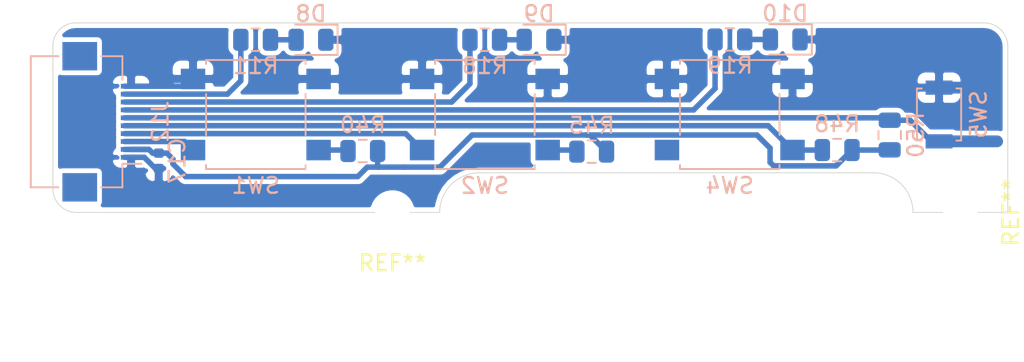
<source format=kicad_pcb>
(kicad_pcb (version 20171130) (host pcbnew 5.1.8+dfsg1-1~bpo10+1)

  (general
    (thickness 1.6)
    (drawings 13)
    (tracks 72)
    (zones 0)
    (modules 18)
    (nets 13)
  )

  (page A4)
  (layers
    (0 F.Cu signal)
    (1 In1.Cu power)
    (2 In2.Cu power)
    (31 B.Cu signal)
    (32 B.Adhes user)
    (33 F.Adhes user)
    (34 B.Paste user)
    (35 F.Paste user)
    (36 B.SilkS user)
    (37 F.SilkS user)
    (38 B.Mask user)
    (39 F.Mask user)
    (40 Dwgs.User user)
    (41 Cmts.User user)
    (42 Eco1.User user)
    (43 Eco2.User user)
    (44 Edge.Cuts user)
    (45 Margin user)
    (46 B.CrtYd user)
    (47 F.CrtYd user)
    (48 B.Fab user)
    (49 F.Fab user)
  )

  (setup
    (last_trace_width 0.25)
    (user_trace_width 0.127)
    (user_trace_width 0.175)
    (user_trace_width 0.2)
    (user_trace_width 0.265)
    (user_trace_width 0.349)
    (user_trace_width 0.7)
    (user_trace_width 0.75)
    (user_trace_width 1)
    (trace_clearance 0.127)
    (zone_clearance 0.3)
    (zone_45_only no)
    (trace_min 0.127)
    (via_size 0.8)
    (via_drill 0.4)
    (via_min_size 0.4572)
    (via_min_drill 0.254)
    (user_via 0.4572 0.254)
    (uvia_size 0.508)
    (uvia_drill 0.127)
    (uvias_allowed no)
    (uvia_min_size 0.508)
    (uvia_min_drill 0.127)
    (edge_width 0.05)
    (segment_width 0.2)
    (pcb_text_width 0.3)
    (pcb_text_size 1.5 1.5)
    (mod_edge_width 0.12)
    (mod_text_size 1 1)
    (mod_text_width 0.15)
    (pad_size 1.25 0.85)
    (pad_drill 0.5)
    (pad_to_mask_clearance 0.025)
    (aux_axis_origin 0 0)
    (visible_elements 7FFFFFFF)
    (pcbplotparams
      (layerselection 0x010fc_ffffffff)
      (usegerberextensions false)
      (usegerberattributes true)
      (usegerberadvancedattributes true)
      (creategerberjobfile true)
      (excludeedgelayer true)
      (linewidth 0.100000)
      (plotframeref false)
      (viasonmask false)
      (mode 1)
      (useauxorigin false)
      (hpglpennumber 1)
      (hpglpenspeed 20)
      (hpglpendiameter 15.000000)
      (psnegative false)
      (psa4output false)
      (plotreference true)
      (plotvalue true)
      (plotinvisibletext false)
      (padsonsilk false)
      (subtractmaskfromsilk false)
      (outputformat 1)
      (mirror false)
      (drillshape 0)
      (scaleselection 1)
      (outputdirectory "grb/btn/"))
  )

  (net 0 "")
  (net 1 GND)
  (net 2 /VCC_3V3_EXT)
  (net 3 /STM_STATUS_L_EXT)
  (net 4 /STM_STATUS_0_EXT)
  (net 5 /STM_STATUS_R_EXT)
  (net 6 /SW_L_EXT)
  (net 7 /SW_0_EXT)
  (net 8 /SW_R_EXT)
  (net 9 /SW_PWR_EXT)
  (net 10 "Net-(D8-Pad2)")
  (net 11 "Net-(D9-Pad2)")
  (net 12 "Net-(D10-Pad2)")

  (net_class Default "This is the default net class."
    (clearance 0.127)
    (trace_width 0.25)
    (via_dia 0.8)
    (via_drill 0.4)
    (uvia_dia 0.508)
    (uvia_drill 0.127)
    (add_net /STM_STATUS_0_EXT)
    (add_net /STM_STATUS_L_EXT)
    (add_net /STM_STATUS_R_EXT)
    (add_net /SW_0_EXT)
    (add_net /SW_L_EXT)
    (add_net /SW_PWR_EXT)
    (add_net /SW_R_EXT)
    (add_net /VCC_3V3_EXT)
    (add_net GND)
    (add_net "Net-(D10-Pad2)")
    (add_net "Net-(D8-Pad2)")
    (add_net "Net-(D9-Pad2)")
  )

  (module Resistor_SMD:R_0805_2012Metric (layer B.Cu) (tedit 5B36C52B) (tstamp 60188D5C)
    (at 132.22 107.08 180)
    (descr "Resistor SMD 0805 (2012 Metric), square (rectangular) end terminal, IPC_7351 nominal, (Body size source: https://docs.google.com/spreadsheets/d/1BsfQQcO9C6DZCsRaXUlFlo91Tg2WpOkGARC1WS5S8t0/edit?usp=sharing), generated with kicad-footprint-generator")
    (tags resistor)
    (path /67A21663)
    (attr smd)
    (fp_text reference R40 (at 0 1.65) (layer B.SilkS)
      (effects (font (size 1 1) (thickness 0.15)) (justify mirror))
    )
    (fp_text value 100k (at 0 -1.65) (layer B.Fab)
      (effects (font (size 1 1) (thickness 0.15)) (justify mirror))
    )
    (fp_line (start -1 -0.6) (end -1 0.6) (layer B.Fab) (width 0.1))
    (fp_line (start -1 0.6) (end 1 0.6) (layer B.Fab) (width 0.1))
    (fp_line (start 1 0.6) (end 1 -0.6) (layer B.Fab) (width 0.1))
    (fp_line (start 1 -0.6) (end -1 -0.6) (layer B.Fab) (width 0.1))
    (fp_line (start -0.258578 0.71) (end 0.258578 0.71) (layer B.SilkS) (width 0.12))
    (fp_line (start -0.258578 -0.71) (end 0.258578 -0.71) (layer B.SilkS) (width 0.12))
    (fp_line (start -1.68 -0.95) (end -1.68 0.95) (layer B.CrtYd) (width 0.05))
    (fp_line (start -1.68 0.95) (end 1.68 0.95) (layer B.CrtYd) (width 0.05))
    (fp_line (start 1.68 0.95) (end 1.68 -0.95) (layer B.CrtYd) (width 0.05))
    (fp_line (start 1.68 -0.95) (end -1.68 -0.95) (layer B.CrtYd) (width 0.05))
    (fp_text user %R (at 0 0) (layer B.Fab)
      (effects (font (size 0.5 0.5) (thickness 0.08)) (justify mirror))
    )
    (pad 2 smd roundrect (at 0.9375 0 180) (size 0.975 1.4) (layers B.Cu B.Paste B.Mask) (roundrect_rratio 0.25)
      (net 6 /SW_L_EXT))
    (pad 1 smd roundrect (at -0.9375 0 180) (size 0.975 1.4) (layers B.Cu B.Paste B.Mask) (roundrect_rratio 0.25)
      (net 2 /VCC_3V3_EXT))
    (model ${KISYS3DMOD}/Resistor_SMD.3dshapes/R_0805_2012Metric.wrl
      (at (xyz 0 0 0))
      (scale (xyz 1 1 1))
      (rotate (xyz 0 0 0))
    )
  )

  (module Resistor_SMD:R_0805_2012Metric (layer B.Cu) (tedit 5B36C52B) (tstamp 60189286)
    (at 165.57 106.07 90)
    (descr "Resistor SMD 0805 (2012 Metric), square (rectangular) end terminal, IPC_7351 nominal, (Body size source: https://docs.google.com/spreadsheets/d/1BsfQQcO9C6DZCsRaXUlFlo91Tg2WpOkGARC1WS5S8t0/edit?usp=sharing), generated with kicad-footprint-generator")
    (tags resistor)
    (path /6B8342ED)
    (attr smd)
    (fp_text reference R50 (at 0 1.65 90) (layer B.SilkS)
      (effects (font (size 1 1) (thickness 0.15)) (justify mirror))
    )
    (fp_text value 100k (at 0 -1.65 90) (layer B.Fab)
      (effects (font (size 1 1) (thickness 0.15)) (justify mirror))
    )
    (fp_line (start -1 -0.6) (end -1 0.6) (layer B.Fab) (width 0.1))
    (fp_line (start -1 0.6) (end 1 0.6) (layer B.Fab) (width 0.1))
    (fp_line (start 1 0.6) (end 1 -0.6) (layer B.Fab) (width 0.1))
    (fp_line (start 1 -0.6) (end -1 -0.6) (layer B.Fab) (width 0.1))
    (fp_line (start -0.258578 0.71) (end 0.258578 0.71) (layer B.SilkS) (width 0.12))
    (fp_line (start -0.258578 -0.71) (end 0.258578 -0.71) (layer B.SilkS) (width 0.12))
    (fp_line (start -1.68 -0.95) (end -1.68 0.95) (layer B.CrtYd) (width 0.05))
    (fp_line (start -1.68 0.95) (end 1.68 0.95) (layer B.CrtYd) (width 0.05))
    (fp_line (start 1.68 0.95) (end 1.68 -0.95) (layer B.CrtYd) (width 0.05))
    (fp_line (start 1.68 -0.95) (end -1.68 -0.95) (layer B.CrtYd) (width 0.05))
    (fp_text user %R (at 0 0 90) (layer B.Fab)
      (effects (font (size 0.5 0.5) (thickness 0.08)) (justify mirror))
    )
    (pad 2 smd roundrect (at 0.9375 0 90) (size 0.975 1.4) (layers B.Cu B.Paste B.Mask) (roundrect_rratio 0.25)
      (net 9 /SW_PWR_EXT))
    (pad 1 smd roundrect (at -0.9375 0 90) (size 0.975 1.4) (layers B.Cu B.Paste B.Mask) (roundrect_rratio 0.25)
      (net 2 /VCC_3V3_EXT))
    (model ${KISYS3DMOD}/Resistor_SMD.3dshapes/R_0805_2012Metric.wrl
      (at (xyz 0 0 0))
      (scale (xyz 1 1 1))
      (rotate (xyz 0 0 0))
    )
  )

  (module Resistor_SMD:R_0805_2012Metric (layer B.Cu) (tedit 5B36C52B) (tstamp 6016F275)
    (at 162.245 107.02 180)
    (descr "Resistor SMD 0805 (2012 Metric), square (rectangular) end terminal, IPC_7351 nominal, (Body size source: https://docs.google.com/spreadsheets/d/1BsfQQcO9C6DZCsRaXUlFlo91Tg2WpOkGARC1WS5S8t0/edit?usp=sharing), generated with kicad-footprint-generator")
    (tags resistor)
    (path /67CE0209)
    (attr smd)
    (fp_text reference R48 (at 0 1.65) (layer B.SilkS)
      (effects (font (size 1 1) (thickness 0.15)) (justify mirror))
    )
    (fp_text value 100k (at 0 -1.65) (layer B.Fab)
      (effects (font (size 1 1) (thickness 0.15)) (justify mirror))
    )
    (fp_line (start -1 -0.6) (end -1 0.6) (layer B.Fab) (width 0.1))
    (fp_line (start -1 0.6) (end 1 0.6) (layer B.Fab) (width 0.1))
    (fp_line (start 1 0.6) (end 1 -0.6) (layer B.Fab) (width 0.1))
    (fp_line (start 1 -0.6) (end -1 -0.6) (layer B.Fab) (width 0.1))
    (fp_line (start -0.258578 0.71) (end 0.258578 0.71) (layer B.SilkS) (width 0.12))
    (fp_line (start -0.258578 -0.71) (end 0.258578 -0.71) (layer B.SilkS) (width 0.12))
    (fp_line (start -1.68 -0.95) (end -1.68 0.95) (layer B.CrtYd) (width 0.05))
    (fp_line (start -1.68 0.95) (end 1.68 0.95) (layer B.CrtYd) (width 0.05))
    (fp_line (start 1.68 0.95) (end 1.68 -0.95) (layer B.CrtYd) (width 0.05))
    (fp_line (start 1.68 -0.95) (end -1.68 -0.95) (layer B.CrtYd) (width 0.05))
    (fp_text user %R (at 0 0) (layer B.Fab)
      (effects (font (size 0.5 0.5) (thickness 0.08)) (justify mirror))
    )
    (pad 2 smd roundrect (at 0.9375 0 180) (size 0.975 1.4) (layers B.Cu B.Paste B.Mask) (roundrect_rratio 0.25)
      (net 8 /SW_R_EXT))
    (pad 1 smd roundrect (at -0.9375 0 180) (size 0.975 1.4) (layers B.Cu B.Paste B.Mask) (roundrect_rratio 0.25)
      (net 2 /VCC_3V3_EXT))
    (model ${KISYS3DMOD}/Resistor_SMD.3dshapes/R_0805_2012Metric.wrl
      (at (xyz 0 0 0))
      (scale (xyz 1 1 1))
      (rotate (xyz 0 0 0))
    )
  )

  (module Resistor_SMD:R_0805_2012Metric (layer B.Cu) (tedit 5B36C52B) (tstamp 6016F29F)
    (at 146.7075 107.12 180)
    (descr "Resistor SMD 0805 (2012 Metric), square (rectangular) end terminal, IPC_7351 nominal, (Body size source: https://docs.google.com/spreadsheets/d/1BsfQQcO9C6DZCsRaXUlFlo91Tg2WpOkGARC1WS5S8t0/edit?usp=sharing), generated with kicad-footprint-generator")
    (tags resistor)
    (path /67BFD3F4)
    (attr smd)
    (fp_text reference R45 (at 0 1.65) (layer B.SilkS)
      (effects (font (size 1 1) (thickness 0.15)) (justify mirror))
    )
    (fp_text value 100k (at 0 -1.65) (layer B.Fab)
      (effects (font (size 1 1) (thickness 0.15)) (justify mirror))
    )
    (fp_line (start -1 -0.6) (end -1 0.6) (layer B.Fab) (width 0.1))
    (fp_line (start -1 0.6) (end 1 0.6) (layer B.Fab) (width 0.1))
    (fp_line (start 1 0.6) (end 1 -0.6) (layer B.Fab) (width 0.1))
    (fp_line (start 1 -0.6) (end -1 -0.6) (layer B.Fab) (width 0.1))
    (fp_line (start -0.258578 0.71) (end 0.258578 0.71) (layer B.SilkS) (width 0.12))
    (fp_line (start -0.258578 -0.71) (end 0.258578 -0.71) (layer B.SilkS) (width 0.12))
    (fp_line (start -1.68 -0.95) (end -1.68 0.95) (layer B.CrtYd) (width 0.05))
    (fp_line (start -1.68 0.95) (end 1.68 0.95) (layer B.CrtYd) (width 0.05))
    (fp_line (start 1.68 0.95) (end 1.68 -0.95) (layer B.CrtYd) (width 0.05))
    (fp_line (start 1.68 -0.95) (end -1.68 -0.95) (layer B.CrtYd) (width 0.05))
    (fp_text user %R (at 0 0) (layer B.Fab)
      (effects (font (size 0.5 0.5) (thickness 0.08)) (justify mirror))
    )
    (pad 2 smd roundrect (at 0.9375 0 180) (size 0.975 1.4) (layers B.Cu B.Paste B.Mask) (roundrect_rratio 0.25)
      (net 7 /SW_0_EXT))
    (pad 1 smd roundrect (at -0.9375 0 180) (size 0.975 1.4) (layers B.Cu B.Paste B.Mask) (roundrect_rratio 0.25)
      (net 2 /VCC_3V3_EXT))
    (model ${KISYS3DMOD}/Resistor_SMD.3dshapes/R_0805_2012Metric.wrl
      (at (xyz 0 0 0))
      (scale (xyz 1 1 1))
      (rotate (xyz 0 0 0))
    )
  )

  (module Resistor_SMD:R_0805_2012Metric (layer B.Cu) (tedit 5B36C52B) (tstamp 60085220)
    (at 155.455 100.02)
    (descr "Resistor SMD 0805 (2012 Metric), square (rectangular) end terminal, IPC_7351 nominal, (Body size source: https://docs.google.com/spreadsheets/d/1BsfQQcO9C6DZCsRaXUlFlo91Tg2WpOkGARC1WS5S8t0/edit?usp=sharing), generated with kicad-footprint-generator")
    (tags resistor)
    (path /61389834)
    (attr smd)
    (fp_text reference R19 (at 0 1.65) (layer B.SilkS)
      (effects (font (size 1 1) (thickness 0.15)) (justify mirror))
    )
    (fp_text value 1k (at 0 -1.65) (layer B.Fab)
      (effects (font (size 1 1) (thickness 0.15)) (justify mirror))
    )
    (fp_line (start -1 -0.6) (end -1 0.6) (layer B.Fab) (width 0.1))
    (fp_line (start -1 0.6) (end 1 0.6) (layer B.Fab) (width 0.1))
    (fp_line (start 1 0.6) (end 1 -0.6) (layer B.Fab) (width 0.1))
    (fp_line (start 1 -0.6) (end -1 -0.6) (layer B.Fab) (width 0.1))
    (fp_line (start -0.258578 0.71) (end 0.258578 0.71) (layer B.SilkS) (width 0.12))
    (fp_line (start -0.258578 -0.71) (end 0.258578 -0.71) (layer B.SilkS) (width 0.12))
    (fp_line (start -1.68 -0.95) (end -1.68 0.95) (layer B.CrtYd) (width 0.05))
    (fp_line (start -1.68 0.95) (end 1.68 0.95) (layer B.CrtYd) (width 0.05))
    (fp_line (start 1.68 0.95) (end 1.68 -0.95) (layer B.CrtYd) (width 0.05))
    (fp_line (start 1.68 -0.95) (end -1.68 -0.95) (layer B.CrtYd) (width 0.05))
    (fp_text user %R (at 0 0) (layer B.Fab)
      (effects (font (size 0.5 0.5) (thickness 0.08)) (justify mirror))
    )
    (pad 2 smd roundrect (at 0.9375 0) (size 0.975 1.4) (layers B.Cu B.Paste B.Mask) (roundrect_rratio 0.25)
      (net 12 "Net-(D10-Pad2)"))
    (pad 1 smd roundrect (at -0.9375 0) (size 0.975 1.4) (layers B.Cu B.Paste B.Mask) (roundrect_rratio 0.25)
      (net 5 /STM_STATUS_R_EXT))
    (model ${KISYS3DMOD}/Resistor_SMD.3dshapes/R_0805_2012Metric.wrl
      (at (xyz 0 0 0))
      (scale (xyz 1 1 1))
      (rotate (xyz 0 0 0))
    )
  )

  (module Resistor_SMD:R_0805_2012Metric (layer B.Cu) (tedit 5B36C52B) (tstamp 60085211)
    (at 139.9375 100.04)
    (descr "Resistor SMD 0805 (2012 Metric), square (rectangular) end terminal, IPC_7351 nominal, (Body size source: https://docs.google.com/spreadsheets/d/1BsfQQcO9C6DZCsRaXUlFlo91Tg2WpOkGARC1WS5S8t0/edit?usp=sharing), generated with kicad-footprint-generator")
    (tags resistor)
    (path /612D4E4A)
    (attr smd)
    (fp_text reference R18 (at 0 1.65) (layer B.SilkS)
      (effects (font (size 1 1) (thickness 0.15)) (justify mirror))
    )
    (fp_text value 1k (at 0 -1.65) (layer B.Fab)
      (effects (font (size 1 1) (thickness 0.15)) (justify mirror))
    )
    (fp_line (start -1 -0.6) (end -1 0.6) (layer B.Fab) (width 0.1))
    (fp_line (start -1 0.6) (end 1 0.6) (layer B.Fab) (width 0.1))
    (fp_line (start 1 0.6) (end 1 -0.6) (layer B.Fab) (width 0.1))
    (fp_line (start 1 -0.6) (end -1 -0.6) (layer B.Fab) (width 0.1))
    (fp_line (start -0.258578 0.71) (end 0.258578 0.71) (layer B.SilkS) (width 0.12))
    (fp_line (start -0.258578 -0.71) (end 0.258578 -0.71) (layer B.SilkS) (width 0.12))
    (fp_line (start -1.68 -0.95) (end -1.68 0.95) (layer B.CrtYd) (width 0.05))
    (fp_line (start -1.68 0.95) (end 1.68 0.95) (layer B.CrtYd) (width 0.05))
    (fp_line (start 1.68 0.95) (end 1.68 -0.95) (layer B.CrtYd) (width 0.05))
    (fp_line (start 1.68 -0.95) (end -1.68 -0.95) (layer B.CrtYd) (width 0.05))
    (fp_text user %R (at 0 0) (layer B.Fab)
      (effects (font (size 0.5 0.5) (thickness 0.08)) (justify mirror))
    )
    (pad 2 smd roundrect (at 0.9375 0) (size 0.975 1.4) (layers B.Cu B.Paste B.Mask) (roundrect_rratio 0.25)
      (net 11 "Net-(D9-Pad2)"))
    (pad 1 smd roundrect (at -0.9375 0) (size 0.975 1.4) (layers B.Cu B.Paste B.Mask) (roundrect_rratio 0.25)
      (net 4 /STM_STATUS_0_EXT))
    (model ${KISYS3DMOD}/Resistor_SMD.3dshapes/R_0805_2012Metric.wrl
      (at (xyz 0 0 0))
      (scale (xyz 1 1 1))
      (rotate (xyz 0 0 0))
    )
  )

  (module Resistor_SMD:R_0805_2012Metric (layer B.Cu) (tedit 5B36C52B) (tstamp 60188DBC)
    (at 125.435 100.04)
    (descr "Resistor SMD 0805 (2012 Metric), square (rectangular) end terminal, IPC_7351 nominal, (Body size source: https://docs.google.com/spreadsheets/d/1BsfQQcO9C6DZCsRaXUlFlo91Tg2WpOkGARC1WS5S8t0/edit?usp=sharing), generated with kicad-footprint-generator")
    (tags resistor)
    (path /612235B5)
    (attr smd)
    (fp_text reference R11 (at 0 1.65) (layer B.SilkS)
      (effects (font (size 1 1) (thickness 0.15)) (justify mirror))
    )
    (fp_text value 1k (at 0 -1.65) (layer B.Fab)
      (effects (font (size 1 1) (thickness 0.15)) (justify mirror))
    )
    (fp_line (start -1 -0.6) (end -1 0.6) (layer B.Fab) (width 0.1))
    (fp_line (start -1 0.6) (end 1 0.6) (layer B.Fab) (width 0.1))
    (fp_line (start 1 0.6) (end 1 -0.6) (layer B.Fab) (width 0.1))
    (fp_line (start 1 -0.6) (end -1 -0.6) (layer B.Fab) (width 0.1))
    (fp_line (start -0.258578 0.71) (end 0.258578 0.71) (layer B.SilkS) (width 0.12))
    (fp_line (start -0.258578 -0.71) (end 0.258578 -0.71) (layer B.SilkS) (width 0.12))
    (fp_line (start -1.68 -0.95) (end -1.68 0.95) (layer B.CrtYd) (width 0.05))
    (fp_line (start -1.68 0.95) (end 1.68 0.95) (layer B.CrtYd) (width 0.05))
    (fp_line (start 1.68 0.95) (end 1.68 -0.95) (layer B.CrtYd) (width 0.05))
    (fp_line (start 1.68 -0.95) (end -1.68 -0.95) (layer B.CrtYd) (width 0.05))
    (fp_text user %R (at 0 0) (layer B.Fab)
      (effects (font (size 0.5 0.5) (thickness 0.08)) (justify mirror))
    )
    (pad 2 smd roundrect (at 0.9375 0) (size 0.975 1.4) (layers B.Cu B.Paste B.Mask) (roundrect_rratio 0.25)
      (net 10 "Net-(D8-Pad2)"))
    (pad 1 smd roundrect (at -0.9375 0) (size 0.975 1.4) (layers B.Cu B.Paste B.Mask) (roundrect_rratio 0.25)
      (net 3 /STM_STATUS_L_EXT))
    (model ${KISYS3DMOD}/Resistor_SMD.3dshapes/R_0805_2012Metric.wrl
      (at (xyz 0 0 0))
      (scale (xyz 1 1 1))
      (rotate (xyz 0 0 0))
    )
  )

  (module Button_Switch_SMD:SW_SPST_B3S-1000 (layer B.Cu) (tedit 5A02FC95) (tstamp 6017F1BC)
    (at 139.945 104.77)
    (descr "Surface Mount Tactile Switch for High-Density Packaging")
    (tags "Tactile Switch")
    (path /682499A3)
    (attr smd)
    (fp_text reference SW2 (at 0 4.5) (layer B.SilkS)
      (effects (font (size 1 1) (thickness 0.15)) (justify mirror))
    )
    (fp_text value BTN_0_EXT (at 0 -4.5) (layer B.Fab)
      (effects (font (size 1 1) (thickness 0.15)) (justify mirror))
    )
    (fp_line (start -5 -3.7) (end 5 -3.7) (layer B.CrtYd) (width 0.05))
    (fp_line (start 5 -3.7) (end 5 3.7) (layer B.CrtYd) (width 0.05))
    (fp_line (start 5 3.7) (end -5 3.7) (layer B.CrtYd) (width 0.05))
    (fp_line (start -5 3.7) (end -5 -3.7) (layer B.CrtYd) (width 0.05))
    (fp_line (start -3.15 3.2) (end -3.15 3.45) (layer B.SilkS) (width 0.12))
    (fp_line (start -3.15 3.45) (end 3.15 3.45) (layer B.SilkS) (width 0.12))
    (fp_line (start 3.15 3.45) (end 3.15 3.2) (layer B.SilkS) (width 0.12))
    (fp_line (start -3.15 -1.3) (end -3.15 1.3) (layer B.SilkS) (width 0.12))
    (fp_line (start 3.15 -3.2) (end 3.15 -3.45) (layer B.SilkS) (width 0.12))
    (fp_line (start 3.15 -3.45) (end -3.15 -3.45) (layer B.SilkS) (width 0.12))
    (fp_line (start -3.15 -3.45) (end -3.15 -3.2) (layer B.SilkS) (width 0.12))
    (fp_line (start 3.15 1.3) (end 3.15 -1.3) (layer B.SilkS) (width 0.12))
    (fp_circle (center 0 0) (end 1.65 0) (layer B.Fab) (width 0.1))
    (fp_line (start -3 3.3) (end 3 3.3) (layer B.Fab) (width 0.1))
    (fp_line (start 3 3.3) (end 3 -3.3) (layer B.Fab) (width 0.1))
    (fp_line (start 3 -3.3) (end -3 -3.3) (layer B.Fab) (width 0.1))
    (fp_line (start -3 -3.3) (end -3 3.3) (layer B.Fab) (width 0.1))
    (fp_text user %R (at 0 4.5) (layer B.Fab)
      (effects (font (size 1 1) (thickness 0.15)) (justify mirror))
    )
    (pad 1 smd rect (at -3.975 2.25) (size 1.55 1.3) (layers B.Cu B.Paste B.Mask)
      (net 7 /SW_0_EXT))
    (pad 1 smd rect (at 3.975 2.25) (size 1.55 1.3) (layers B.Cu B.Paste B.Mask)
      (net 7 /SW_0_EXT))
    (pad 2 smd rect (at -3.975 -2.25) (size 1.55 1.3) (layers B.Cu B.Paste B.Mask)
      (net 1 GND))
    (pad 2 smd rect (at 3.975 -2.25) (size 1.55 1.3) (layers B.Cu B.Paste B.Mask)
      (net 1 GND))
    (model ${KISYS3DMOD}/Button_Switch_SMD.3dshapes/SW_SPST_B3S-1000.wrl
      (at (xyz 0 0 0))
      (scale (xyz 1 1 1))
      (rotate (xyz 0 0 0))
    )
  )

  (module Button_Switch_SMD:SW_SPST_B3U-1000P (layer B.Cu) (tedit 5A02FC95) (tstamp 60136DC1)
    (at 168.695 104.77 90)
    (descr "Ultra-small-sized Tactile Switch with High Contact Reliability, Top-actuated Model, without Ground Terminal, without Boss")
    (tags "Tactile Switch")
    (path /6B63FB13)
    (attr smd)
    (fp_text reference SW5 (at 0 2.5 270) (layer B.SilkS)
      (effects (font (size 1 1) (thickness 0.15)) (justify mirror))
    )
    (fp_text value BTN_PWR_EXT (at 0 -2.5 270) (layer B.Fab)
      (effects (font (size 1 1) (thickness 0.15)) (justify mirror))
    )
    (fp_line (start -2.4 -1.65) (end 2.4 -1.65) (layer B.CrtYd) (width 0.05))
    (fp_line (start 2.4 -1.65) (end 2.4 1.65) (layer B.CrtYd) (width 0.05))
    (fp_line (start 2.4 1.65) (end -2.4 1.65) (layer B.CrtYd) (width 0.05))
    (fp_line (start -2.4 1.65) (end -2.4 -1.65) (layer B.CrtYd) (width 0.05))
    (fp_line (start -1.65 -1.1) (end -1.65 -1.4) (layer B.SilkS) (width 0.12))
    (fp_line (start -1.65 -1.4) (end 1.65 -1.4) (layer B.SilkS) (width 0.12))
    (fp_line (start 1.65 -1.4) (end 1.65 -1.1) (layer B.SilkS) (width 0.12))
    (fp_line (start -1.65 1.1) (end -1.65 1.4) (layer B.SilkS) (width 0.12))
    (fp_line (start -1.65 1.4) (end 1.65 1.4) (layer B.SilkS) (width 0.12))
    (fp_line (start 1.65 1.4) (end 1.65 1.1) (layer B.SilkS) (width 0.12))
    (fp_line (start -1.5 1.25) (end 1.5 1.25) (layer B.Fab) (width 0.1))
    (fp_line (start 1.5 1.25) (end 1.5 -1.25) (layer B.Fab) (width 0.1))
    (fp_line (start 1.5 -1.25) (end -1.5 -1.25) (layer B.Fab) (width 0.1))
    (fp_line (start -1.5 -1.25) (end -1.5 1.25) (layer B.Fab) (width 0.1))
    (fp_circle (center 0 0) (end 0.75 0) (layer B.Fab) (width 0.1))
    (fp_text user %R (at 0 2.5 270) (layer B.Fab)
      (effects (font (size 1 1) (thickness 0.15)) (justify mirror))
    )
    (pad 2 smd rect (at 1.7 0 90) (size 0.9 1.7) (layers B.Cu B.Paste B.Mask)
      (net 1 GND))
    (pad 1 smd rect (at -1.7 0 90) (size 0.9 1.7) (layers B.Cu B.Paste B.Mask)
      (net 9 /SW_PWR_EXT))
    (model ${KISYS3DMOD}/Button_Switch_SMD.3dshapes/SW_SPST_B3U-1000P.wrl
      (at (xyz 0 0 0))
      (scale (xyz 1 1 1))
      (rotate (xyz 0 0 0))
    )
  )

  (module MountingHole:MountingHole_2.2mm_M2 locked (layer F.Cu) (tedit 56D1B4CB) (tstamp 6017B1D5)
    (at 134.095 110.97 180)
    (descr "Mounting Hole 2.2mm, no annular, M2")
    (tags "mounting hole 2.2mm no annular m2")
    (attr virtual)
    (fp_text reference REF** (at 0 -3.2) (layer F.SilkS)
      (effects (font (size 1 1) (thickness 0.15)))
    )
    (fp_text value MountingHole_2.2mm_M2 (at 0 3.2) (layer F.Fab)
      (effects (font (size 1 1) (thickness 0.15)))
    )
    (fp_circle (center 0 0) (end 2.45 0) (layer F.CrtYd) (width 0.05))
    (fp_circle (center 0 0) (end 2.2 0) (layer Cmts.User) (width 0.15))
    (fp_text user %R (at 0.3 0) (layer F.Fab)
      (effects (font (size 1 1) (thickness 0.15)))
    )
    (pad 1 np_thru_hole circle (at 0 0 180) (size 2.2 2.2) (drill 2.2) (layers *.Cu *.Mask))
  )

  (module MountingHole:MountingHole_2.2mm_M2 locked (layer F.Cu) (tedit 56D1B4CB) (tstamp 6017B1BD)
    (at 170.045 110.97 270)
    (descr "Mounting Hole 2.2mm, no annular, M2")
    (tags "mounting hole 2.2mm no annular m2")
    (attr virtual)
    (fp_text reference REF** (at 0 -3.2 90) (layer F.SilkS)
      (effects (font (size 1 1) (thickness 0.15)))
    )
    (fp_text value MountingHole_2.2mm_M2 (at 0 3.2 90) (layer F.Fab)
      (effects (font (size 1 1) (thickness 0.15)))
    )
    (fp_circle (center 0 0) (end 2.45 0) (layer F.CrtYd) (width 0.05))
    (fp_circle (center 0 0) (end 2.2 0) (layer Cmts.User) (width 0.15))
    (fp_text user %R (at 0.3 0 90) (layer F.Fab)
      (effects (font (size 1 1) (thickness 0.15)))
    )
    (pad 1 np_thru_hole circle (at 0 0 270) (size 2.2 2.2) (drill 2.2) (layers *.Cu *.Mask))
  )

  (module Button_Switch_SMD:SW_SPST_B3S-1000 (layer B.Cu) (tedit 5A02FC95) (tstamp 6016F1D5)
    (at 155.445 104.77)
    (descr "Surface Mount Tactile Switch for High-Density Packaging")
    (tags "Tactile Switch")
    (path /6824A4C8)
    (attr smd)
    (fp_text reference SW4 (at 0 4.5) (layer B.SilkS)
      (effects (font (size 1 1) (thickness 0.15)) (justify mirror))
    )
    (fp_text value BTN_R_EXT (at 0 -4.5) (layer B.Fab)
      (effects (font (size 1 1) (thickness 0.15)) (justify mirror))
    )
    (fp_line (start -5 -3.7) (end 5 -3.7) (layer B.CrtYd) (width 0.05))
    (fp_line (start 5 -3.7) (end 5 3.7) (layer B.CrtYd) (width 0.05))
    (fp_line (start 5 3.7) (end -5 3.7) (layer B.CrtYd) (width 0.05))
    (fp_line (start -5 3.7) (end -5 -3.7) (layer B.CrtYd) (width 0.05))
    (fp_line (start -3.15 3.2) (end -3.15 3.45) (layer B.SilkS) (width 0.12))
    (fp_line (start -3.15 3.45) (end 3.15 3.45) (layer B.SilkS) (width 0.12))
    (fp_line (start 3.15 3.45) (end 3.15 3.2) (layer B.SilkS) (width 0.12))
    (fp_line (start -3.15 -1.3) (end -3.15 1.3) (layer B.SilkS) (width 0.12))
    (fp_line (start 3.15 -3.2) (end 3.15 -3.45) (layer B.SilkS) (width 0.12))
    (fp_line (start 3.15 -3.45) (end -3.15 -3.45) (layer B.SilkS) (width 0.12))
    (fp_line (start -3.15 -3.45) (end -3.15 -3.2) (layer B.SilkS) (width 0.12))
    (fp_line (start 3.15 1.3) (end 3.15 -1.3) (layer B.SilkS) (width 0.12))
    (fp_circle (center 0 0) (end 1.65 0) (layer B.Fab) (width 0.1))
    (fp_line (start -3 3.3) (end 3 3.3) (layer B.Fab) (width 0.1))
    (fp_line (start 3 3.3) (end 3 -3.3) (layer B.Fab) (width 0.1))
    (fp_line (start 3 -3.3) (end -3 -3.3) (layer B.Fab) (width 0.1))
    (fp_line (start -3 -3.3) (end -3 3.3) (layer B.Fab) (width 0.1))
    (fp_text user %R (at 0 4.5) (layer B.Fab)
      (effects (font (size 1 1) (thickness 0.15)) (justify mirror))
    )
    (pad 2 smd rect (at 3.975 -2.25) (size 1.55 1.3) (layers B.Cu B.Paste B.Mask)
      (net 1 GND))
    (pad 2 smd rect (at -3.975 -2.25) (size 1.55 1.3) (layers B.Cu B.Paste B.Mask)
      (net 1 GND))
    (pad 1 smd rect (at 3.975 2.25) (size 1.55 1.3) (layers B.Cu B.Paste B.Mask)
      (net 8 /SW_R_EXT))
    (pad 1 smd rect (at -3.975 2.25) (size 1.55 1.3) (layers B.Cu B.Paste B.Mask)
      (net 8 /SW_R_EXT))
    (model ${KISYS3DMOD}/Button_Switch_SMD.3dshapes/SW_SPST_B3S-1000.wrl
      (at (xyz 0 0 0))
      (scale (xyz 1 1 1))
      (rotate (xyz 0 0 0))
    )
  )

  (module Button_Switch_SMD:SW_SPST_B3S-1000 (layer B.Cu) (tedit 5A02FC95) (tstamp 60188D1C)
    (at 125.445 104.77)
    (descr "Surface Mount Tactile Switch for High-Density Packaging")
    (tags "Tactile Switch")
    (path /6807B0C6)
    (attr smd)
    (fp_text reference SW1 (at 0 4.5) (layer B.SilkS)
      (effects (font (size 1 1) (thickness 0.15)) (justify mirror))
    )
    (fp_text value BTN_L_EXT (at 0 -4.5) (layer B.Fab)
      (effects (font (size 1 1) (thickness 0.15)) (justify mirror))
    )
    (fp_line (start -5 -3.7) (end 5 -3.7) (layer B.CrtYd) (width 0.05))
    (fp_line (start 5 -3.7) (end 5 3.7) (layer B.CrtYd) (width 0.05))
    (fp_line (start 5 3.7) (end -5 3.7) (layer B.CrtYd) (width 0.05))
    (fp_line (start -5 3.7) (end -5 -3.7) (layer B.CrtYd) (width 0.05))
    (fp_line (start -3.15 3.2) (end -3.15 3.45) (layer B.SilkS) (width 0.12))
    (fp_line (start -3.15 3.45) (end 3.15 3.45) (layer B.SilkS) (width 0.12))
    (fp_line (start 3.15 3.45) (end 3.15 3.2) (layer B.SilkS) (width 0.12))
    (fp_line (start -3.15 -1.3) (end -3.15 1.3) (layer B.SilkS) (width 0.12))
    (fp_line (start 3.15 -3.2) (end 3.15 -3.45) (layer B.SilkS) (width 0.12))
    (fp_line (start 3.15 -3.45) (end -3.15 -3.45) (layer B.SilkS) (width 0.12))
    (fp_line (start -3.15 -3.45) (end -3.15 -3.2) (layer B.SilkS) (width 0.12))
    (fp_line (start 3.15 1.3) (end 3.15 -1.3) (layer B.SilkS) (width 0.12))
    (fp_circle (center 0 0) (end 1.65 0) (layer B.Fab) (width 0.1))
    (fp_line (start -3 3.3) (end 3 3.3) (layer B.Fab) (width 0.1))
    (fp_line (start 3 3.3) (end 3 -3.3) (layer B.Fab) (width 0.1))
    (fp_line (start 3 -3.3) (end -3 -3.3) (layer B.Fab) (width 0.1))
    (fp_line (start -3 -3.3) (end -3 3.3) (layer B.Fab) (width 0.1))
    (fp_text user %R (at 0 4.5) (layer B.Fab)
      (effects (font (size 1 1) (thickness 0.15)) (justify mirror))
    )
    (pad 2 smd rect (at 3.975 -2.25) (size 1.55 1.3) (layers B.Cu B.Paste B.Mask)
      (net 1 GND))
    (pad 2 smd rect (at -3.975 -2.25) (size 1.55 1.3) (layers B.Cu B.Paste B.Mask)
      (net 1 GND))
    (pad 1 smd rect (at 3.975 2.25) (size 1.55 1.3) (layers B.Cu B.Paste B.Mask)
      (net 6 /SW_L_EXT))
    (pad 1 smd rect (at -3.975 2.25) (size 1.55 1.3) (layers B.Cu B.Paste B.Mask)
      (net 6 /SW_L_EXT))
    (model ${KISYS3DMOD}/Button_Switch_SMD.3dshapes/SW_SPST_B3S-1000.wrl
      (at (xyz 0 0 0))
      (scale (xyz 1 1 1))
      (rotate (xyz 0 0 0))
    )
  )

  (module Connector_FFC-FPC:Hirose_FH12-10S-0.5SH_1x10-1MP_P0.50mm_Horizontal (layer B.Cu) (tedit 5AEE0F8A) (tstamp 60138239)
    (at 115.7 105.23 90)
    (descr "Molex FH12, FFC/FPC connector, FH12-10S-0.5SH, 10 Pins per row (https://www.hirose.com/product/en/products/FH12/FH12-24S-0.5SH(55)/), generated with kicad-footprint-generator")
    (tags "connector Hirose  top entry")
    (path /673634A4)
    (attr smd)
    (fp_text reference J12 (at 0 3.7 270) (layer B.SilkS)
      (effects (font (size 1 1) (thickness 0.15)) (justify mirror))
    )
    (fp_text value IO_EXT (at 0 -5.6 270) (layer B.Fab)
      (effects (font (size 1 1) (thickness 0.15)) (justify mirror))
    )
    (fp_line (start 5.55 3) (end -5.55 3) (layer B.CrtYd) (width 0.05))
    (fp_line (start 5.55 -4.9) (end 5.55 3) (layer B.CrtYd) (width 0.05))
    (fp_line (start -5.55 -4.9) (end 5.55 -4.9) (layer B.CrtYd) (width 0.05))
    (fp_line (start -5.55 3) (end -5.55 -4.9) (layer B.CrtYd) (width 0.05))
    (fp_line (start -2.25 0.492893) (end -1.75 1.2) (layer B.Fab) (width 0.1))
    (fp_line (start -2.75 1.2) (end -2.25 0.492893) (layer B.Fab) (width 0.1))
    (fp_line (start -2.66 1.3) (end -2.66 2.5) (layer B.SilkS) (width 0.12))
    (fp_line (start 4.15 -4.5) (end 4.15 -2.76) (layer B.SilkS) (width 0.12))
    (fp_line (start -4.15 -4.5) (end 4.15 -4.5) (layer B.SilkS) (width 0.12))
    (fp_line (start -4.15 -2.76) (end -4.15 -4.5) (layer B.SilkS) (width 0.12))
    (fp_line (start 4.15 1.3) (end 4.15 -0.04) (layer B.SilkS) (width 0.12))
    (fp_line (start 2.66 1.3) (end 4.15 1.3) (layer B.SilkS) (width 0.12))
    (fp_line (start -4.15 1.3) (end -4.15 -0.04) (layer B.SilkS) (width 0.12))
    (fp_line (start -2.66 1.3) (end -4.15 1.3) (layer B.SilkS) (width 0.12))
    (fp_line (start 3.95 -4.4) (end 0 -4.4) (layer B.Fab) (width 0.1))
    (fp_line (start 3.95 -3.7) (end 3.95 -4.4) (layer B.Fab) (width 0.1))
    (fp_line (start 3.45 -3.7) (end 3.95 -3.7) (layer B.Fab) (width 0.1))
    (fp_line (start 3.45 -3.4) (end 3.45 -3.7) (layer B.Fab) (width 0.1))
    (fp_line (start 4.05 -3.4) (end 3.45 -3.4) (layer B.Fab) (width 0.1))
    (fp_line (start 4.05 1.2) (end 4.05 -3.4) (layer B.Fab) (width 0.1))
    (fp_line (start 0 1.2) (end 4.05 1.2) (layer B.Fab) (width 0.1))
    (fp_line (start -3.95 -4.4) (end 0 -4.4) (layer B.Fab) (width 0.1))
    (fp_line (start -3.95 -3.7) (end -3.95 -4.4) (layer B.Fab) (width 0.1))
    (fp_line (start -3.45 -3.7) (end -3.95 -3.7) (layer B.Fab) (width 0.1))
    (fp_line (start -3.45 -3.4) (end -3.45 -3.7) (layer B.Fab) (width 0.1))
    (fp_line (start -4.05 -3.4) (end -3.45 -3.4) (layer B.Fab) (width 0.1))
    (fp_line (start -4.05 1.2) (end -4.05 -3.4) (layer B.Fab) (width 0.1))
    (fp_line (start 0 1.2) (end -4.05 1.2) (layer B.Fab) (width 0.1))
    (fp_text user %R (at 0 -3.7 270) (layer B.Fab)
      (effects (font (size 1 1) (thickness 0.15)) (justify mirror))
    )
    (pad MP smd rect (at 4.15 -1.4 90) (size 1.8 2.2) (layers B.Cu B.Paste B.Mask))
    (pad MP smd rect (at -4.15 -1.4 90) (size 1.8 2.2) (layers B.Cu B.Paste B.Mask))
    (pad 1 smd rect (at -2.25 1.85 90) (size 0.3 1.3) (layers B.Cu B.Paste B.Mask)
      (net 1 GND))
    (pad 2 smd rect (at -1.75 1.85 90) (size 0.3 1.3) (layers B.Cu B.Paste B.Mask)
      (net 2 /VCC_3V3_EXT))
    (pad 3 smd rect (at -1.25 1.85 90) (size 0.3 1.3) (layers B.Cu B.Paste B.Mask)
      (net 6 /SW_L_EXT))
    (pad 4 smd rect (at -0.75 1.85 90) (size 0.3 1.3) (layers B.Cu B.Paste B.Mask)
      (net 7 /SW_0_EXT))
    (pad 5 smd rect (at -0.25 1.85 90) (size 0.3 1.3) (layers B.Cu B.Paste B.Mask)
      (net 8 /SW_R_EXT))
    (pad 6 smd rect (at 0.25 1.85 90) (size 0.3 1.3) (layers B.Cu B.Paste B.Mask)
      (net 9 /SW_PWR_EXT))
    (pad 7 smd rect (at 0.75 1.85 90) (size 0.3 1.3) (layers B.Cu B.Paste B.Mask)
      (net 5 /STM_STATUS_R_EXT))
    (pad 8 smd rect (at 1.25 1.85 90) (size 0.3 1.3) (layers B.Cu B.Paste B.Mask)
      (net 4 /STM_STATUS_0_EXT))
    (pad 9 smd rect (at 1.75 1.85 90) (size 0.3 1.3) (layers B.Cu B.Paste B.Mask)
      (net 3 /STM_STATUS_L_EXT))
    (pad 10 smd rect (at 2.25 1.85 90) (size 0.3 1.3) (layers B.Cu B.Paste B.Mask)
      (net 1 GND))
    (model ${KISYS3DMOD}/Connector_FFC-FPC.3dshapes/Hirose_FH12-10S-0.5SH_1x10-1MP_P0.50mm_Horizontal.wrl
      (at (xyz 0 0 0))
      (scale (xyz 1 1 1))
      (rotate (xyz 0 0 0))
    )
  )

  (module Capacitor_SMD:C_0402_1005Metric (layer B.Cu) (tedit 5B301BBE) (tstamp 60188CE7)
    (at 119.3 107.7 90)
    (descr "Capacitor SMD 0402 (1005 Metric), square (rectangular) end terminal, IPC_7351 nominal, (Body size source: http://www.tortai-tech.com/upload/download/2011102023233369053.pdf), generated with kicad-footprint-generator")
    (tags capacitor)
    (path /6A5D0719)
    (attr smd)
    (fp_text reference C17 (at 0 1.17 270) (layer B.SilkS)
      (effects (font (size 1 1) (thickness 0.15)) (justify mirror))
    )
    (fp_text value 0.1u (at 0 -1.17 270) (layer B.Fab)
      (effects (font (size 1 1) (thickness 0.15)) (justify mirror))
    )
    (fp_line (start -0.5 -0.25) (end -0.5 0.25) (layer B.Fab) (width 0.1))
    (fp_line (start -0.5 0.25) (end 0.5 0.25) (layer B.Fab) (width 0.1))
    (fp_line (start 0.5 0.25) (end 0.5 -0.25) (layer B.Fab) (width 0.1))
    (fp_line (start 0.5 -0.25) (end -0.5 -0.25) (layer B.Fab) (width 0.1))
    (fp_line (start -0.93 -0.47) (end -0.93 0.47) (layer B.CrtYd) (width 0.05))
    (fp_line (start -0.93 0.47) (end 0.93 0.47) (layer B.CrtYd) (width 0.05))
    (fp_line (start 0.93 0.47) (end 0.93 -0.47) (layer B.CrtYd) (width 0.05))
    (fp_line (start 0.93 -0.47) (end -0.93 -0.47) (layer B.CrtYd) (width 0.05))
    (fp_text user %R (at 0 0 270) (layer B.Fab)
      (effects (font (size 0.25 0.25) (thickness 0.04)) (justify mirror))
    )
    (pad 2 smd roundrect (at 0.485 0 90) (size 0.59 0.64) (layers B.Cu B.Paste B.Mask) (roundrect_rratio 0.25)
      (net 2 /VCC_3V3_EXT))
    (pad 1 smd roundrect (at -0.485 0 90) (size 0.59 0.64) (layers B.Cu B.Paste B.Mask) (roundrect_rratio 0.25)
      (net 1 GND))
    (model ${KISYS3DMOD}/Capacitor_SMD.3dshapes/C_0402_1005Metric.wrl
      (at (xyz 0 0 0))
      (scale (xyz 1 1 1))
      (rotate (xyz 0 0 0))
    )
  )

  (module LED_SMD:LED_0805_2012Metric (layer B.Cu) (tedit 5B36C52C) (tstamp 60084E45)
    (at 158.955 100.02 180)
    (descr "LED SMD 0805 (2012 Metric), square (rectangular) end terminal, IPC_7351 nominal, (Body size source: https://docs.google.com/spreadsheets/d/1BsfQQcO9C6DZCsRaXUlFlo91Tg2WpOkGARC1WS5S8t0/edit?usp=sharing), generated with kicad-footprint-generator")
    (tags diode)
    (path /61389251)
    (attr smd)
    (fp_text reference D10 (at 0 1.65) (layer B.SilkS)
      (effects (font (size 1 1) (thickness 0.15)) (justify mirror))
    )
    (fp_text value STM_STATUS_R (at 0 -1.65) (layer B.Fab)
      (effects (font (size 1 1) (thickness 0.15)) (justify mirror))
    )
    (fp_line (start 1 0.6) (end -0.7 0.6) (layer B.Fab) (width 0.1))
    (fp_line (start -0.7 0.6) (end -1 0.3) (layer B.Fab) (width 0.1))
    (fp_line (start -1 0.3) (end -1 -0.6) (layer B.Fab) (width 0.1))
    (fp_line (start -1 -0.6) (end 1 -0.6) (layer B.Fab) (width 0.1))
    (fp_line (start 1 -0.6) (end 1 0.6) (layer B.Fab) (width 0.1))
    (fp_line (start 1 0.96) (end -1.685 0.96) (layer B.SilkS) (width 0.12))
    (fp_line (start -1.685 0.96) (end -1.685 -0.96) (layer B.SilkS) (width 0.12))
    (fp_line (start -1.685 -0.96) (end 1 -0.96) (layer B.SilkS) (width 0.12))
    (fp_line (start -1.68 -0.95) (end -1.68 0.95) (layer B.CrtYd) (width 0.05))
    (fp_line (start -1.68 0.95) (end 1.68 0.95) (layer B.CrtYd) (width 0.05))
    (fp_line (start 1.68 0.95) (end 1.68 -0.95) (layer B.CrtYd) (width 0.05))
    (fp_line (start 1.68 -0.95) (end -1.68 -0.95) (layer B.CrtYd) (width 0.05))
    (fp_text user %R (at 0 0) (layer B.Fab)
      (effects (font (size 0.5 0.5) (thickness 0.08)) (justify mirror))
    )
    (pad 2 smd roundrect (at 0.9375 0 180) (size 0.975 1.4) (layers B.Cu B.Paste B.Mask) (roundrect_rratio 0.25)
      (net 12 "Net-(D10-Pad2)"))
    (pad 1 smd roundrect (at -0.9375 0 180) (size 0.975 1.4) (layers B.Cu B.Paste B.Mask) (roundrect_rratio 0.25)
      (net 1 GND))
    (model ${KISYS3DMOD}/LED_SMD.3dshapes/LED_0805_2012Metric.wrl
      (at (xyz 0 0 0))
      (scale (xyz 1 1 1))
      (rotate (xyz 0 0 0))
    )
  )

  (module LED_SMD:LED_0805_2012Metric (layer B.Cu) (tedit 5B36C52C) (tstamp 60084E32)
    (at 143.375 100.04 180)
    (descr "LED SMD 0805 (2012 Metric), square (rectangular) end terminal, IPC_7351 nominal, (Body size source: https://docs.google.com/spreadsheets/d/1BsfQQcO9C6DZCsRaXUlFlo91Tg2WpOkGARC1WS5S8t0/edit?usp=sharing), generated with kicad-footprint-generator")
    (tags diode)
    (path /612D489B)
    (attr smd)
    (fp_text reference D9 (at 0 1.65) (layer B.SilkS)
      (effects (font (size 1 1) (thickness 0.15)) (justify mirror))
    )
    (fp_text value STM_STATUS_0 (at 0 -1.65) (layer B.Fab)
      (effects (font (size 1 1) (thickness 0.15)) (justify mirror))
    )
    (fp_line (start 1 0.6) (end -0.7 0.6) (layer B.Fab) (width 0.1))
    (fp_line (start -0.7 0.6) (end -1 0.3) (layer B.Fab) (width 0.1))
    (fp_line (start -1 0.3) (end -1 -0.6) (layer B.Fab) (width 0.1))
    (fp_line (start -1 -0.6) (end 1 -0.6) (layer B.Fab) (width 0.1))
    (fp_line (start 1 -0.6) (end 1 0.6) (layer B.Fab) (width 0.1))
    (fp_line (start 1 0.96) (end -1.685 0.96) (layer B.SilkS) (width 0.12))
    (fp_line (start -1.685 0.96) (end -1.685 -0.96) (layer B.SilkS) (width 0.12))
    (fp_line (start -1.685 -0.96) (end 1 -0.96) (layer B.SilkS) (width 0.12))
    (fp_line (start -1.68 -0.95) (end -1.68 0.95) (layer B.CrtYd) (width 0.05))
    (fp_line (start -1.68 0.95) (end 1.68 0.95) (layer B.CrtYd) (width 0.05))
    (fp_line (start 1.68 0.95) (end 1.68 -0.95) (layer B.CrtYd) (width 0.05))
    (fp_line (start 1.68 -0.95) (end -1.68 -0.95) (layer B.CrtYd) (width 0.05))
    (fp_text user %R (at 0 0) (layer B.Fab)
      (effects (font (size 0.5 0.5) (thickness 0.08)) (justify mirror))
    )
    (pad 2 smd roundrect (at 0.9375 0 180) (size 0.975 1.4) (layers B.Cu B.Paste B.Mask) (roundrect_rratio 0.25)
      (net 11 "Net-(D9-Pad2)"))
    (pad 1 smd roundrect (at -0.9375 0 180) (size 0.975 1.4) (layers B.Cu B.Paste B.Mask) (roundrect_rratio 0.25)
      (net 1 GND))
    (model ${KISYS3DMOD}/LED_SMD.3dshapes/LED_0805_2012Metric.wrl
      (at (xyz 0 0 0))
      (scale (xyz 1 1 1))
      (rotate (xyz 0 0 0))
    )
  )

  (module LED_SMD:LED_0805_2012Metric (layer B.Cu) (tedit 5B36C52C) (tstamp 60188D8A)
    (at 128.935 100.04 180)
    (descr "LED SMD 0805 (2012 Metric), square (rectangular) end terminal, IPC_7351 nominal, (Body size source: https://docs.google.com/spreadsheets/d/1BsfQQcO9C6DZCsRaXUlFlo91Tg2WpOkGARC1WS5S8t0/edit?usp=sharing), generated with kicad-footprint-generator")
    (tags diode)
    (path /6122311C)
    (attr smd)
    (fp_text reference D8 (at 0 1.65) (layer B.SilkS)
      (effects (font (size 1 1) (thickness 0.15)) (justify mirror))
    )
    (fp_text value STM_STATUS_L (at 0 -1.65) (layer B.Fab)
      (effects (font (size 1 1) (thickness 0.15)) (justify mirror))
    )
    (fp_line (start 1 0.6) (end -0.7 0.6) (layer B.Fab) (width 0.1))
    (fp_line (start -0.7 0.6) (end -1 0.3) (layer B.Fab) (width 0.1))
    (fp_line (start -1 0.3) (end -1 -0.6) (layer B.Fab) (width 0.1))
    (fp_line (start -1 -0.6) (end 1 -0.6) (layer B.Fab) (width 0.1))
    (fp_line (start 1 -0.6) (end 1 0.6) (layer B.Fab) (width 0.1))
    (fp_line (start 1 0.96) (end -1.685 0.96) (layer B.SilkS) (width 0.12))
    (fp_line (start -1.685 0.96) (end -1.685 -0.96) (layer B.SilkS) (width 0.12))
    (fp_line (start -1.685 -0.96) (end 1 -0.96) (layer B.SilkS) (width 0.12))
    (fp_line (start -1.68 -0.95) (end -1.68 0.95) (layer B.CrtYd) (width 0.05))
    (fp_line (start -1.68 0.95) (end 1.68 0.95) (layer B.CrtYd) (width 0.05))
    (fp_line (start 1.68 0.95) (end 1.68 -0.95) (layer B.CrtYd) (width 0.05))
    (fp_line (start 1.68 -0.95) (end -1.68 -0.95) (layer B.CrtYd) (width 0.05))
    (fp_text user %R (at 0 0) (layer B.Fab)
      (effects (font (size 0.5 0.5) (thickness 0.08)) (justify mirror))
    )
    (pad 2 smd roundrect (at 0.9375 0 180) (size 0.975 1.4) (layers B.Cu B.Paste B.Mask) (roundrect_rratio 0.25)
      (net 10 "Net-(D8-Pad2)"))
    (pad 1 smd roundrect (at -0.9375 0 180) (size 0.975 1.4) (layers B.Cu B.Paste B.Mask) (roundrect_rratio 0.25)
      (net 1 GND))
    (model ${KISYS3DMOD}/LED_SMD.3dshapes/LED_0805_2012Metric.wrl
      (at (xyz 0 0 0))
      (scale (xyz 1 1 1))
      (rotate (xyz 0 0 0))
    )
  )

  (gr_line (start 137.084121 110.97) (end 114.1 110.97) (layer Edge.Cuts) (width 0.05) (tstamp 60139783))
  (gr_line (start 173.045 110.97) (end 167.045 110.97) (layer Edge.Cuts) (width 0.05) (tstamp 6013977C))
  (gr_poly (pts (xy 172.7 106.145) (xy 169.495 106.145) (xy 169.495 106.795) (xy 172.7 106.795)) (layer B.Mask) (width 0.1) (tstamp 601BA2FB))
  (gr_poly (pts (xy 172.7 102.745) (xy 169.495 102.745) (xy 169.495 103.395) (xy 172.7 103.395)) (layer B.Mask) (width 0.1) (tstamp 601B88FE))
  (gr_arc (start 164.545 110.96) (end 167.045 110.97) (angle -90.2291819) (layer Edge.Cuts) (width 0.05) (tstamp 6018063F))
  (gr_arc (start 139.595 110.97) (end 137.084121 110.97) (angle 91.14730236) (layer Edge.Cuts) (width 0.05) (tstamp 6018061B))
  (gr_arc (start 171.545 100.47) (end 173.045 100.47) (angle -90) (layer Edge.Cuts) (width 0.05) (tstamp 60180603))
  (gr_arc (start 114.1 109.47) (end 114.1 110.97) (angle 90) (layer Edge.Cuts) (width 0.05) (tstamp 601805F7))
  (gr_arc (start 114.045 100.415) (end 112.6 100.415) (angle 90) (layer Edge.Cuts) (width 0.05))
  (gr_line (start 114.045 98.97) (end 171.545 98.97) (layer Edge.Cuts) (width 0.05) (tstamp 6017B1F6))
  (gr_line (start 112.6 100.415) (end 112.6 109.47) (layer Edge.Cuts) (width 0.05) (tstamp 6017B1E4))
  (gr_line (start 139.645275 108.459624) (end 164.545 108.4595) (layer Edge.Cuts) (width 0.05) (tstamp 6017B1E7))
  (gr_line (start 173.045 100.47) (end 173.045 110.97) (layer Edge.Cuts) (width 0.05) (tstamp 6017B1B4))

  (segment (start 129.42 102.52) (end 135.97 102.52) (width 0.349) (layer B.Cu) (net 1))
  (segment (start 143.92 102.52) (end 151.47 102.52) (width 0.349) (layer B.Cu) (net 1))
  (segment (start 121.105 102.885) (end 121.47 102.52) (width 0.349) (layer B.Cu) (net 1))
  (segment (start 121.01 102.98) (end 121.47 102.52) (width 0.349) (layer B.Cu) (net 1))
  (segment (start 117.15 102.98) (end 121.01 102.98) (width 0.349) (layer B.Cu) (net 1))
  (segment (start 117.15 107.48) (end 117.87 107.48) (width 0.349) (layer B.Cu) (net 1))
  (segment (start 168.72 103.07) (end 172.3 103.07) (width 0.75) (layer B.Cu) (net 1))
  (segment (start 119.085 108.185) (end 119.6 108.185) (width 0.349) (layer B.Cu) (net 1))
  (segment (start 117.55 107.48) (end 118.38 107.48) (width 0.349) (layer B.Cu) (net 1))
  (segment (start 118.38 107.48) (end 119.085 108.185) (width 0.349) (layer B.Cu) (net 1))
  (segment (start 117.15 106.98) (end 118.565 106.98) (width 0.349) (layer B.Cu) (net 2))
  (segment (start 118.915 107.215) (end 118.68 106.98) (width 0.349) (layer B.Cu) (net 2))
  (segment (start 119.6 107.215) (end 118.915 107.215) (width 0.349) (layer B.Cu) (net 2))
  (segment (start 117.55 106.98) (end 118.68 106.98) (width 0.349) (layer B.Cu) (net 2))
  (segment (start 119.3 107.215) (end 119.815 107.215) (width 0.349) (layer B.Cu) (net 2))
  (segment (start 119.815 107.215) (end 120.2 107.6) (width 0.349) (layer B.Cu) (net 2))
  (segment (start 120.2 107.6) (end 120.2 107.9) (width 0.349) (layer B.Cu) (net 2))
  (segment (start 120.2 107.9) (end 121 108.7) (width 0.349) (layer B.Cu) (net 2))
  (segment (start 121 108.7) (end 131.9 108.7) (width 0.349) (layer B.Cu) (net 2))
  (segment (start 133.1575 107.4425) (end 133.1575 107.08) (width 0.349) (layer B.Cu) (net 2))
  (segment (start 134.8 108.1) (end 137.1 108.1) (width 0.349) (layer B.Cu) (net 2))
  (segment (start 146.593499 106.068499) (end 147.645 107.12) (width 0.349) (layer B.Cu) (net 2))
  (segment (start 137.1 108.1) (end 139.131501 106.068499) (width 0.349) (layer B.Cu) (net 2))
  (segment (start 139.131501 106.068499) (end 146.368499 106.068499) (width 0.349) (layer B.Cu) (net 2))
  (segment (start 146.368499 106.068499) (end 146.593499 106.068499) (width 0.349) (layer B.Cu) (net 2))
  (segment (start 158.22151 108.02151) (end 162.18099 108.02151) (width 0.349) (layer B.Cu) (net 2))
  (segment (start 158 106.9) (end 158 107.8) (width 0.349) (layer B.Cu) (net 2))
  (segment (start 162.18099 108.02151) (end 163.1825 107.02) (width 0.349) (layer B.Cu) (net 2))
  (segment (start 158 107.8) (end 158.22151 108.02151) (width 0.349) (layer B.Cu) (net 2))
  (segment (start 157.168499 106.068499) (end 158 106.9) (width 0.349) (layer B.Cu) (net 2))
  (segment (start 146.368499 106.068499) (end 157.168499 106.068499) (width 0.349) (layer B.Cu) (net 2))
  (segment (start 165.5575 107.02) (end 165.57 107.0075) (width 0.349) (layer B.Cu) (net 2))
  (segment (start 163.1825 107.02) (end 165.5575 107.02) (width 0.349) (layer B.Cu) (net 2))
  (segment (start 132.5 108.1) (end 132.3 108.3) (width 0.349) (layer B.Cu) (net 2))
  (segment (start 131.9 108.7) (end 132.3 108.3) (width 0.349) (layer B.Cu) (net 2))
  (segment (start 133.1575 108.0575) (end 133.2 108.1) (width 0.349) (layer B.Cu) (net 2))
  (segment (start 133.1575 107.08) (end 133.1575 108.0575) (width 0.349) (layer B.Cu) (net 2))
  (segment (start 134.8 108.1) (end 133.2 108.1) (width 0.349) (layer B.Cu) (net 2))
  (segment (start 133.2 108.1) (end 132.5 108.1) (width 0.349) (layer B.Cu) (net 2))
  (segment (start 124.4975 102.6325) (end 124.4975 100.04) (width 0.349) (layer B.Cu) (net 3))
  (segment (start 117.15 103.48) (end 123.65 103.48) (width 0.349) (layer B.Cu) (net 3))
  (segment (start 123.65 103.48) (end 124.4975 102.6325) (width 0.349) (layer B.Cu) (net 3))
  (segment (start 139 102.82) (end 139 100.04) (width 0.349) (layer B.Cu) (net 4))
  (segment (start 137.84 103.98) (end 138.765 103.055) (width 0.349) (layer B.Cu) (net 4))
  (segment (start 117.15 103.98) (end 137.84 103.98) (width 0.349) (layer B.Cu) (net 4))
  (segment (start 137.872488 103.947512) (end 138.765 103.055) (width 0.349) (layer B.Cu) (net 4))
  (segment (start 138.765 103.055) (end 139 102.82) (width 0.349) (layer B.Cu) (net 4))
  (segment (start 117.15 104.48) (end 153.16 104.48) (width 0.349) (layer B.Cu) (net 5))
  (segment (start 154.5175 103.1225) (end 154.5175 100.02) (width 0.349) (layer B.Cu) (net 5))
  (segment (start 153.16 104.48) (end 154.5175 103.1225) (width 0.349) (layer B.Cu) (net 5))
  (segment (start 131.2225 107.02) (end 131.2825 107.08) (width 0.349) (layer B.Cu) (net 6))
  (segment (start 129.42 107.02) (end 131.2225 107.02) (width 0.349) (layer B.Cu) (net 6))
  (segment (start 120.93 106.48) (end 121.47 107.02) (width 0.349) (layer B.Cu) (net 6))
  (segment (start 117.15 106.48) (end 120.93 106.48) (width 0.349) (layer B.Cu) (net 6))
  (segment (start 134.93 105.98) (end 135.97 107.02) (width 0.349) (layer B.Cu) (net 7))
  (segment (start 117.15 105.98) (end 134.93 105.98) (width 0.349) (layer B.Cu) (net 7))
  (segment (start 145.67 107.02) (end 145.77 107.12) (width 0.349) (layer B.Cu) (net 7))
  (segment (start 143.92 107.02) (end 145.67 107.02) (width 0.349) (layer B.Cu) (net 7))
  (segment (start 159.42 107.02) (end 161.3075 107.02) (width 0.349) (layer B.Cu) (net 8))
  (segment (start 157.88 105.48) (end 159.42 107.02) (width 0.349) (layer B.Cu) (net 8))
  (segment (start 149.68 105.48) (end 157.88 105.48) (width 0.349) (layer B.Cu) (net 8))
  (segment (start 117.15 105.48) (end 149.68 105.48) (width 0.349) (layer B.Cu) (net 8))
  (segment (start 149.68 105.48) (end 149.93 105.48) (width 0.349) (layer B.Cu) (net 8))
  (segment (start 165.4175 104.98) (end 165.57 105.1325) (width 0.349) (layer B.Cu) (net 9))
  (segment (start 117.15 104.98) (end 165.4175 104.98) (width 0.349) (layer B.Cu) (net 9))
  (segment (start 165.57 105.1325) (end 166.8625 105.1325) (width 0.349) (layer B.Cu) (net 9))
  (segment (start 168.2 106.47) (end 168.695 106.47) (width 0.349) (layer B.Cu) (net 9))
  (segment (start 166.8625 105.1325) (end 168.2 106.47) (width 0.349) (layer B.Cu) (net 9))
  (segment (start 168.7 106.47) (end 172.37 106.47) (width 0.75) (layer B.Cu) (net 9))
  (segment (start 126.3725 100.04) (end 127.9975 100.04) (width 0.349) (layer B.Cu) (net 10))
  (segment (start 140.875 100.04) (end 142.4375 100.04) (width 0.349) (layer B.Cu) (net 11))
  (segment (start 156.3925 100.02) (end 158.0175 100.02) (width 0.349) (layer B.Cu) (net 12))

  (zone (net 1) (net_name GND) (layer B.Cu) (tstamp 600CB479) (hatch edge 0.508)
    (connect_pads (clearance 0.3))
    (min_thickness 0.254)
    (fill yes (arc_segments 32) (thermal_gap 0.508) (thermal_bridge_width 0.508))
    (polygon
      (pts
        (xy 173 111.8) (xy 112.485 111.7) (xy 112.5 99) (xy 173 98.97)
      )
    )
    (filled_polygon
      (pts
        (xy 123.593862 99.45249) (xy 123.580934 99.58375) (xy 123.580934 100.49625) (xy 123.593862 100.62751) (xy 123.632149 100.753726)
        (xy 123.694324 100.870047) (xy 123.777997 100.972003) (xy 123.879953 101.055676) (xy 123.896001 101.064254) (xy 123.896 102.38335)
        (xy 123.400851 102.8785) (xy 122.880614 102.8785) (xy 122.88 102.80575) (xy 122.72125 102.647) (xy 121.597 102.647)
        (xy 121.597 102.667) (xy 121.343 102.667) (xy 121.343 102.647) (xy 120.21875 102.647) (xy 120.06 102.80575)
        (xy 120.059386 102.8785) (xy 118.835 102.8785) (xy 118.835 102.852998) (xy 118.780252 102.852998) (xy 118.835 102.79825)
        (xy 118.823685 102.695268) (xy 118.785416 102.576182) (xy 118.72465 102.46685) (xy 118.643722 102.371474) (xy 118.545742 102.293718)
        (xy 118.434475 102.236572) (xy 118.314198 102.20223) (xy 118.189532 102.192014) (xy 117.83575 102.195) (xy 117.677 102.35375)
        (xy 117.677 102.8785) (xy 117.423 102.8785) (xy 117.423 102.35375) (xy 117.26425 102.195) (xy 116.910468 102.192014)
        (xy 116.785802 102.20223) (xy 116.665525 102.236572) (xy 116.554258 102.293718) (xy 116.456278 102.371474) (xy 116.37535 102.46685)
        (xy 116.314584 102.576182) (xy 116.276315 102.695268) (xy 116.265 102.79825) (xy 116.42375 102.957) (xy 116.692016 102.957)
        (xy 116.661624 102.973245) (xy 116.625368 103.003) (xy 116.42375 103.003) (xy 116.265 103.16175) (xy 116.276315 103.264732)
        (xy 116.314584 103.383818) (xy 116.37535 103.49315) (xy 116.456278 103.588526) (xy 116.470934 103.600157) (xy 116.470934 103.63)
        (xy 116.479178 103.713707) (xy 116.484121 103.73) (xy 116.479178 103.746293) (xy 116.470934 103.83) (xy 116.470934 104.13)
        (xy 116.479178 104.213707) (xy 116.484121 104.23) (xy 116.479178 104.246293) (xy 116.470934 104.33) (xy 116.470934 104.63)
        (xy 116.479178 104.713707) (xy 116.484121 104.73) (xy 116.479178 104.746293) (xy 116.470934 104.83) (xy 116.470934 105.13)
        (xy 116.479178 105.213707) (xy 116.484121 105.23) (xy 116.479178 105.246293) (xy 116.470934 105.33) (xy 116.470934 105.63)
        (xy 116.479178 105.713707) (xy 116.484121 105.73) (xy 116.479178 105.746293) (xy 116.470934 105.83) (xy 116.470934 106.13)
        (xy 116.479178 106.213707) (xy 116.484121 106.23) (xy 116.479178 106.246293) (xy 116.470934 106.33) (xy 116.470934 106.63)
        (xy 116.479178 106.713707) (xy 116.484121 106.73) (xy 116.479178 106.746293) (xy 116.470934 106.83) (xy 116.470934 106.859843)
        (xy 116.456278 106.871474) (xy 116.37535 106.96685) (xy 116.314584 107.076182) (xy 116.276315 107.195268) (xy 116.265 107.29825)
        (xy 116.42375 107.457) (xy 116.625368 107.457) (xy 116.661624 107.486755) (xy 116.692016 107.503) (xy 116.42375 107.503)
        (xy 116.265 107.66175) (xy 116.276315 107.764732) (xy 116.314584 107.883818) (xy 116.37535 107.99315) (xy 116.456278 108.088526)
        (xy 116.554258 108.166282) (xy 116.665525 108.223428) (xy 116.785802 108.25777) (xy 116.910468 108.267986) (xy 117.26425 108.265)
        (xy 117.423 108.10625) (xy 117.423 107.5815) (xy 117.677 107.5815) (xy 117.677 108.10625) (xy 117.83575 108.265)
        (xy 118.189532 108.267986) (xy 118.314198 108.25777) (xy 118.345 108.248975) (xy 118.345 108.312002) (xy 118.503748 108.312002)
        (xy 118.345 108.47075) (xy 118.341928 108.48) (xy 118.354188 108.604482) (xy 118.390498 108.72418) (xy 118.449463 108.834494)
        (xy 118.528815 108.931185) (xy 118.625506 109.010537) (xy 118.73582 109.069502) (xy 118.855518 109.105812) (xy 118.98 109.118072)
        (xy 119.01425 109.115) (xy 119.173 108.95625) (xy 119.173 108.312) (xy 119.153 108.312) (xy 119.153 108.058)
        (xy 119.173 108.058) (xy 119.173 108.038) (xy 119.427 108.038) (xy 119.427 108.058) (xy 119.447 108.058)
        (xy 119.447 108.312) (xy 119.427 108.312) (xy 119.427 108.95625) (xy 119.58575 109.115) (xy 119.62 109.118072)
        (xy 119.744482 109.105812) (xy 119.86418 109.069502) (xy 119.974494 109.010537) (xy 120.071185 108.931185) (xy 120.150537 108.834494)
        (xy 120.196972 108.747622) (xy 120.553788 109.104438) (xy 120.572618 109.127382) (xy 120.595562 109.146212) (xy 120.595566 109.146216)
        (xy 120.613465 109.160905) (xy 120.664208 109.202549) (xy 120.768702 109.258402) (xy 120.882085 109.292796) (xy 120.970455 109.3015)
        (xy 120.970463 109.3015) (xy 121 109.304409) (xy 121.029537 109.3015) (xy 131.870463 109.3015) (xy 131.9 109.304409)
        (xy 131.929537 109.3015) (xy 131.929545 109.3015) (xy 132.017915 109.292796) (xy 132.131298 109.258402) (xy 132.235792 109.202549)
        (xy 132.327382 109.127382) (xy 132.346217 109.104432) (xy 132.704428 108.74622) (xy 132.704433 108.746216) (xy 132.749149 108.7015)
        (xy 133.170462 108.7015) (xy 133.199999 108.704409) (xy 133.229536 108.7015) (xy 137.070463 108.7015) (xy 137.1 108.704409)
        (xy 137.129537 108.7015) (xy 137.129545 108.7015) (xy 137.217915 108.692796) (xy 137.331298 108.658402) (xy 137.435792 108.602549)
        (xy 137.527382 108.527382) (xy 137.546216 108.504433) (xy 139.380651 106.669999) (xy 142.715934 106.669999) (xy 142.715934 107.67)
        (xy 142.724178 107.753707) (xy 142.748595 107.834196) (xy 142.788245 107.908376) (xy 142.841605 107.973395) (xy 142.883294 108.007609)
        (xy 139.646822 108.007625) (xy 139.580417 108.007192) (xy 139.558511 108.009196) (xy 139.536505 108.009042) (xy 139.530224 108.009658)
        (xy 139.042871 108.060881) (xy 139.00274 108.069119) (xy 138.9625 108.076795) (xy 138.956458 108.078619) (xy 138.488335 108.223527)
        (xy 138.450553 108.239409) (xy 138.412585 108.254749) (xy 138.407022 108.257707) (xy 138.407013 108.257711) (xy 138.407006 108.257716)
        (xy 137.975952 108.490786) (xy 137.942006 108.513683) (xy 137.907708 108.536127) (xy 137.902825 108.54011) (xy 137.902818 108.540115)
        (xy 137.902812 108.540121) (xy 137.525238 108.852477) (xy 137.496371 108.881547) (xy 137.467102 108.910209) (xy 137.463079 108.915072)
        (xy 137.153361 109.294824) (xy 137.130692 109.328943) (xy 137.107545 109.362748) (xy 137.104548 109.368292) (xy 137.104543 109.3683)
        (xy 137.10454 109.368308) (xy 136.874485 109.800976) (xy 136.858865 109.838872) (xy 136.842735 109.876507) (xy 136.840872 109.882525)
        (xy 136.840868 109.882535) (xy 136.840866 109.882545) (xy 136.699232 110.351658) (xy 136.691279 110.391823) (xy 136.682757 110.431917)
        (xy 136.682097 110.438194) (xy 136.674272 110.518) (xy 135.560589 110.518) (xy 135.44821 110.246694) (xy 135.281099 109.996594)
        (xy 135.068406 109.783901) (xy 134.818306 109.61679) (xy 134.54041 109.501681) (xy 134.245396 109.443) (xy 133.944604 109.443)
        (xy 133.64959 109.501681) (xy 133.371694 109.61679) (xy 133.121594 109.783901) (xy 132.908901 109.996594) (xy 132.74179 110.246694)
        (xy 132.629411 110.518) (xy 115.756956 110.518) (xy 115.796405 110.444196) (xy 115.820822 110.363707) (xy 115.829066 110.28)
        (xy 115.829066 108.48) (xy 115.820822 108.396293) (xy 115.796405 108.315804) (xy 115.756755 108.241624) (xy 115.703395 108.176605)
        (xy 115.638376 108.123245) (xy 115.564196 108.083595) (xy 115.483707 108.059178) (xy 115.4 108.050934) (xy 113.2 108.050934)
        (xy 113.116293 108.059178) (xy 113.052 108.078682) (xy 113.052 102.381318) (xy 113.116293 102.400822) (xy 113.2 102.409066)
        (xy 115.4 102.409066) (xy 115.483707 102.400822) (xy 115.564196 102.376405) (xy 115.638376 102.336755) (xy 115.703395 102.283395)
        (xy 115.756755 102.218376) (xy 115.796405 102.144196) (xy 115.820822 102.063707) (xy 115.829066 101.98) (xy 115.829066 101.87)
        (xy 120.056928 101.87) (xy 120.06 102.23425) (xy 120.21875 102.393) (xy 121.343 102.393) (xy 121.343 101.39375)
        (xy 121.597 101.39375) (xy 121.597 102.393) (xy 122.72125 102.393) (xy 122.88 102.23425) (xy 122.883072 101.87)
        (xy 122.870812 101.745518) (xy 122.834502 101.62582) (xy 122.775537 101.515506) (xy 122.696185 101.418815) (xy 122.599494 101.339463)
        (xy 122.48918 101.280498) (xy 122.369482 101.244188) (xy 122.245 101.231928) (xy 121.75575 101.235) (xy 121.597 101.39375)
        (xy 121.343 101.39375) (xy 121.18425 101.235) (xy 120.695 101.231928) (xy 120.570518 101.244188) (xy 120.45082 101.280498)
        (xy 120.340506 101.339463) (xy 120.243815 101.418815) (xy 120.164463 101.515506) (xy 120.105498 101.62582) (xy 120.069188 101.745518)
        (xy 120.056928 101.87) (xy 115.829066 101.87) (xy 115.829066 100.18) (xy 115.820822 100.096293) (xy 115.796405 100.015804)
        (xy 115.756755 99.941624) (xy 115.703395 99.876605) (xy 115.638376 99.823245) (xy 115.564196 99.783595) (xy 115.483707 99.759178)
        (xy 115.4 99.750934) (xy 113.314116 99.750934) (xy 113.341933 99.716827) (xy 113.490935 99.593562) (xy 113.661035 99.501589)
        (xy 113.845765 99.444405) (xy 114.058936 99.422) (xy 123.603111 99.422)
      )
    )
    (filled_polygon
      (pts
        (xy 155.488862 99.43249) (xy 155.475934 99.56375) (xy 155.475934 100.47625) (xy 155.488862 100.60751) (xy 155.527149 100.733726)
        (xy 155.589324 100.850047) (xy 155.672997 100.952003) (xy 155.774953 101.035676) (xy 155.891274 101.097851) (xy 156.01749 101.136138)
        (xy 156.14875 101.149066) (xy 156.63625 101.149066) (xy 156.76751 101.136138) (xy 156.893726 101.097851) (xy 157.010047 101.035676)
        (xy 157.112003 100.952003) (xy 157.195676 100.850047) (xy 157.205 100.832603) (xy 157.214324 100.850047) (xy 157.297997 100.952003)
        (xy 157.399953 101.035676) (xy 157.516274 101.097851) (xy 157.64249 101.136138) (xy 157.77375 101.149066) (xy 158.26125 101.149066)
        (xy 158.39251 101.136138) (xy 158.518726 101.097851) (xy 158.635047 101.035676) (xy 158.737003 100.952003) (xy 158.791617 100.885455)
        (xy 158.815498 100.96418) (xy 158.874463 101.074494) (xy 158.953815 101.171185) (xy 159.030782 101.23435) (xy 158.645 101.231928)
        (xy 158.520518 101.244188) (xy 158.40082 101.280498) (xy 158.290506 101.339463) (xy 158.193815 101.418815) (xy 158.114463 101.515506)
        (xy 158.055498 101.62582) (xy 158.019188 101.745518) (xy 158.006928 101.87) (xy 158.01 102.23425) (xy 158.16875 102.393)
        (xy 159.293 102.393) (xy 159.293 102.373) (xy 159.547 102.373) (xy 159.547 102.393) (xy 160.67125 102.393)
        (xy 160.83 102.23425) (xy 160.833072 101.87) (xy 160.820812 101.745518) (xy 160.784502 101.62582) (xy 160.725537 101.515506)
        (xy 160.646185 101.418815) (xy 160.549494 101.339463) (xy 160.540775 101.334803) (xy 160.62418 101.309502) (xy 160.734494 101.250537)
        (xy 160.831185 101.171185) (xy 160.910537 101.074494) (xy 160.969502 100.96418) (xy 161.005812 100.844482) (xy 161.018072 100.72)
        (xy 161.015 100.30575) (xy 160.85625 100.147) (xy 160.0195 100.147) (xy 160.0195 100.167) (xy 159.7655 100.167)
        (xy 159.7655 100.147) (xy 159.7455 100.147) (xy 159.7455 99.893) (xy 159.7655 99.893) (xy 159.7655 99.873)
        (xy 160.0195 99.873) (xy 160.0195 99.893) (xy 160.85625 99.893) (xy 161.015 99.73425) (xy 161.017316 99.422)
        (xy 171.522892 99.422) (xy 171.748139 99.444085) (xy 171.943537 99.50308) (xy 172.123753 99.598903) (xy 172.28193 99.727908)
        (xy 172.412034 99.885178) (xy 172.509115 100.064725) (xy 172.569472 100.259706) (xy 172.593 100.483568) (xy 172.593 105.699559)
        (xy 172.527219 105.679605) (xy 172.409394 105.668) (xy 169.78917 105.668) (xy 169.783376 105.663245) (xy 169.709196 105.623595)
        (xy 169.628707 105.599178) (xy 169.545 105.590934) (xy 168.171584 105.590934) (xy 167.308716 104.728067) (xy 167.289882 104.705118)
        (xy 167.198292 104.629951) (xy 167.093798 104.574098) (xy 166.980415 104.539704) (xy 166.892045 104.531) (xy 166.892037 104.531)
        (xy 166.8625 104.528091) (xy 166.832963 104.531) (xy 166.594253 104.531) (xy 166.585676 104.514953) (xy 166.502003 104.412997)
        (xy 166.400047 104.329324) (xy 166.283726 104.267149) (xy 166.15751 104.228862) (xy 166.02625 104.215934) (xy 165.11375 104.215934)
        (xy 164.98249 104.228862) (xy 164.856274 104.267149) (xy 164.739953 104.329324) (xy 164.680032 104.3785) (xy 154.112149 104.3785)
        (xy 154.921939 103.56871) (xy 154.944882 103.549882) (xy 154.963712 103.526938) (xy 154.963716 103.526934) (xy 154.991441 103.49315)
        (xy 155.020049 103.458292) (xy 155.075902 103.353798) (xy 155.110296 103.240415) (xy 155.117231 103.17) (xy 158.006928 103.17)
        (xy 158.019188 103.294482) (xy 158.055498 103.41418) (xy 158.114463 103.524494) (xy 158.193815 103.621185) (xy 158.290506 103.700537)
        (xy 158.40082 103.759502) (xy 158.520518 103.795812) (xy 158.645 103.808072) (xy 159.13425 103.805) (xy 159.293 103.64625)
        (xy 159.293 102.647) (xy 159.547 102.647) (xy 159.547 103.64625) (xy 159.70575 103.805) (xy 160.195 103.808072)
        (xy 160.319482 103.795812) (xy 160.43918 103.759502) (xy 160.549494 103.700537) (xy 160.646185 103.621185) (xy 160.725537 103.524494)
        (xy 160.727939 103.52) (xy 167.206928 103.52) (xy 167.219188 103.644482) (xy 167.255498 103.76418) (xy 167.314463 103.874494)
        (xy 167.393815 103.971185) (xy 167.490506 104.050537) (xy 167.60082 104.109502) (xy 167.720518 104.145812) (xy 167.845 104.158072)
        (xy 168.40925 104.155) (xy 168.568 103.99625) (xy 168.568 103.197) (xy 168.822 103.197) (xy 168.822 103.99625)
        (xy 168.98075 104.155) (xy 169.545 104.158072) (xy 169.669482 104.145812) (xy 169.78918 104.109502) (xy 169.899494 104.050537)
        (xy 169.996185 103.971185) (xy 170.075537 103.874494) (xy 170.134502 103.76418) (xy 170.170812 103.644482) (xy 170.183072 103.52)
        (xy 170.18 103.35575) (xy 170.02125 103.197) (xy 168.822 103.197) (xy 168.568 103.197) (xy 167.36875 103.197)
        (xy 167.21 103.35575) (xy 167.206928 103.52) (xy 160.727939 103.52) (xy 160.784502 103.41418) (xy 160.820812 103.294482)
        (xy 160.833072 103.17) (xy 160.83 102.80575) (xy 160.67125 102.647) (xy 159.547 102.647) (xy 159.293 102.647)
        (xy 158.16875 102.647) (xy 158.01 102.80575) (xy 158.006928 103.17) (xy 155.117231 103.17) (xy 155.119 103.152045)
        (xy 155.119 103.152037) (xy 155.121909 103.1225) (xy 155.119 103.092963) (xy 155.119 102.62) (xy 167.206928 102.62)
        (xy 167.21 102.78425) (xy 167.36875 102.943) (xy 168.568 102.943) (xy 168.568 102.14375) (xy 168.822 102.14375)
        (xy 168.822 102.943) (xy 170.02125 102.943) (xy 170.18 102.78425) (xy 170.183072 102.62) (xy 170.170812 102.495518)
        (xy 170.134502 102.37582) (xy 170.075537 102.265506) (xy 169.996185 102.168815) (xy 169.899494 102.089463) (xy 169.78918 102.030498)
        (xy 169.669482 101.994188) (xy 169.545 101.981928) (xy 168.98075 101.985) (xy 168.822 102.14375) (xy 168.568 102.14375)
        (xy 168.40925 101.985) (xy 167.845 101.981928) (xy 167.720518 101.994188) (xy 167.60082 102.030498) (xy 167.490506 102.089463)
        (xy 167.393815 102.168815) (xy 167.314463 102.265506) (xy 167.255498 102.37582) (xy 167.219188 102.495518) (xy 167.206928 102.62)
        (xy 155.119 102.62) (xy 155.119 101.044253) (xy 155.135047 101.035676) (xy 155.237003 100.952003) (xy 155.320676 100.850047)
        (xy 155.382851 100.733726) (xy 155.421138 100.60751) (xy 155.434066 100.47625) (xy 155.434066 99.56375) (xy 155.421138 99.43249)
        (xy 155.417956 99.422) (xy 155.492044 99.422)
      )
    )
    (filled_polygon
      (pts
        (xy 139.971362 99.45249) (xy 139.958434 99.58375) (xy 139.958434 100.49625) (xy 139.971362 100.62751) (xy 140.009649 100.753726)
        (xy 140.071824 100.870047) (xy 140.155497 100.972003) (xy 140.257453 101.055676) (xy 140.373774 101.117851) (xy 140.49999 101.156138)
        (xy 140.63125 101.169066) (xy 141.11875 101.169066) (xy 141.25001 101.156138) (xy 141.376226 101.117851) (xy 141.492547 101.055676)
        (xy 141.594503 100.972003) (xy 141.65625 100.896764) (xy 141.717997 100.972003) (xy 141.819953 101.055676) (xy 141.936274 101.117851)
        (xy 142.06249 101.156138) (xy 142.19375 101.169066) (xy 142.68125 101.169066) (xy 142.81251 101.156138) (xy 142.938726 101.117851)
        (xy 143.055047 101.055676) (xy 143.157003 100.972003) (xy 143.211617 100.905455) (xy 143.235498 100.98418) (xy 143.294463 101.094494)
        (xy 143.373815 101.191185) (xy 143.425608 101.23369) (xy 143.145 101.231928) (xy 143.020518 101.244188) (xy 142.90082 101.280498)
        (xy 142.790506 101.339463) (xy 142.693815 101.418815) (xy 142.614463 101.515506) (xy 142.555498 101.62582) (xy 142.519188 101.745518)
        (xy 142.506928 101.87) (xy 142.51 102.23425) (xy 142.66875 102.393) (xy 143.793 102.393) (xy 143.793 102.373)
        (xy 144.047 102.373) (xy 144.047 102.393) (xy 145.17125 102.393) (xy 145.33 102.23425) (xy 145.333072 101.87)
        (xy 150.056928 101.87) (xy 150.06 102.23425) (xy 150.21875 102.393) (xy 151.343 102.393) (xy 151.343 101.39375)
        (xy 151.597 101.39375) (xy 151.597 102.393) (xy 152.72125 102.393) (xy 152.88 102.23425) (xy 152.883072 101.87)
        (xy 152.870812 101.745518) (xy 152.834502 101.62582) (xy 152.775537 101.515506) (xy 152.696185 101.418815) (xy 152.599494 101.339463)
        (xy 152.48918 101.280498) (xy 152.369482 101.244188) (xy 152.245 101.231928) (xy 151.75575 101.235) (xy 151.597 101.39375)
        (xy 151.343 101.39375) (xy 151.18425 101.235) (xy 150.695 101.231928) (xy 150.570518 101.244188) (xy 150.45082 101.280498)
        (xy 150.340506 101.339463) (xy 150.243815 101.418815) (xy 150.164463 101.515506) (xy 150.105498 101.62582) (xy 150.069188 101.745518)
        (xy 150.056928 101.87) (xy 145.333072 101.87) (xy 145.320812 101.745518) (xy 145.284502 101.62582) (xy 145.225537 101.515506)
        (xy 145.146185 101.418815) (xy 145.049494 101.339463) (xy 145.035682 101.33208) (xy 145.04418 101.329502) (xy 145.154494 101.270537)
        (xy 145.251185 101.191185) (xy 145.330537 101.094494) (xy 145.389502 100.98418) (xy 145.425812 100.864482) (xy 145.438072 100.74)
        (xy 145.435 100.32575) (xy 145.27625 100.167) (xy 144.4395 100.167) (xy 144.4395 100.187) (xy 144.1855 100.187)
        (xy 144.1855 100.167) (xy 144.1655 100.167) (xy 144.1655 99.913) (xy 144.1855 99.913) (xy 144.1855 99.893)
        (xy 144.4395 99.893) (xy 144.4395 99.913) (xy 145.27625 99.913) (xy 145.435 99.75425) (xy 145.437464 99.422)
        (xy 153.617044 99.422) (xy 153.613862 99.43249) (xy 153.600934 99.56375) (xy 153.600934 100.47625) (xy 153.613862 100.60751)
        (xy 153.652149 100.733726) (xy 153.714324 100.850047) (xy 153.797997 100.952003) (xy 153.899953 101.035676) (xy 153.916001 101.044254)
        (xy 153.916 102.87335) (xy 152.910851 103.8785) (xy 138.792149 103.8785) (xy 139.404434 103.266215) (xy 139.427382 103.247382)
        (xy 139.490888 103.17) (xy 142.506928 103.17) (xy 142.519188 103.294482) (xy 142.555498 103.41418) (xy 142.614463 103.524494)
        (xy 142.693815 103.621185) (xy 142.790506 103.700537) (xy 142.90082 103.759502) (xy 143.020518 103.795812) (xy 143.145 103.808072)
        (xy 143.63425 103.805) (xy 143.793 103.64625) (xy 143.793 102.647) (xy 144.047 102.647) (xy 144.047 103.64625)
        (xy 144.20575 103.805) (xy 144.695 103.808072) (xy 144.819482 103.795812) (xy 144.93918 103.759502) (xy 145.049494 103.700537)
        (xy 145.146185 103.621185) (xy 145.225537 103.524494) (xy 145.284502 103.41418) (xy 145.320812 103.294482) (xy 145.333072 103.17)
        (xy 150.056928 103.17) (xy 150.069188 103.294482) (xy 150.105498 103.41418) (xy 150.164463 103.524494) (xy 150.243815 103.621185)
        (xy 150.340506 103.700537) (xy 150.45082 103.759502) (xy 150.570518 103.795812) (xy 150.695 103.808072) (xy 151.18425 103.805)
        (xy 151.343 103.64625) (xy 151.343 102.647) (xy 151.597 102.647) (xy 151.597 103.64625) (xy 151.75575 103.805)
        (xy 152.245 103.808072) (xy 152.369482 103.795812) (xy 152.48918 103.759502) (xy 152.599494 103.700537) (xy 152.696185 103.621185)
        (xy 152.775537 103.524494) (xy 152.834502 103.41418) (xy 152.870812 103.294482) (xy 152.883072 103.17) (xy 152.88 102.80575)
        (xy 152.72125 102.647) (xy 151.597 102.647) (xy 151.343 102.647) (xy 150.21875 102.647) (xy 150.06 102.80575)
        (xy 150.056928 103.17) (xy 145.333072 103.17) (xy 145.33 102.80575) (xy 145.17125 102.647) (xy 144.047 102.647)
        (xy 143.793 102.647) (xy 142.66875 102.647) (xy 142.51 102.80575) (xy 142.506928 103.17) (xy 139.490888 103.17)
        (xy 139.502549 103.155792) (xy 139.558402 103.051298) (xy 139.562759 103.036934) (xy 139.592796 102.937916) (xy 139.597397 102.891203)
        (xy 139.6015 102.849545) (xy 139.6015 102.849538) (xy 139.604409 102.820001) (xy 139.6015 102.790464) (xy 139.6015 101.064253)
        (xy 139.617547 101.055676) (xy 139.719503 100.972003) (xy 139.803176 100.870047) (xy 139.865351 100.753726) (xy 139.903638 100.62751)
        (xy 139.916566 100.49625) (xy 139.916566 99.58375) (xy 139.903638 99.45249) (xy 139.894389 99.422) (xy 139.980611 99.422)
      )
    )
    (filled_polygon
      (pts
        (xy 125.468862 99.45249) (xy 125.455934 99.58375) (xy 125.455934 100.49625) (xy 125.468862 100.62751) (xy 125.507149 100.753726)
        (xy 125.569324 100.870047) (xy 125.652997 100.972003) (xy 125.754953 101.055676) (xy 125.871274 101.117851) (xy 125.99749 101.156138)
        (xy 126.12875 101.169066) (xy 126.61625 101.169066) (xy 126.74751 101.156138) (xy 126.873726 101.117851) (xy 126.990047 101.055676)
        (xy 127.092003 100.972003) (xy 127.175676 100.870047) (xy 127.185 100.852603) (xy 127.194324 100.870047) (xy 127.277997 100.972003)
        (xy 127.379953 101.055676) (xy 127.496274 101.117851) (xy 127.62249 101.156138) (xy 127.75375 101.169066) (xy 128.24125 101.169066)
        (xy 128.37251 101.156138) (xy 128.498726 101.117851) (xy 128.615047 101.055676) (xy 128.717003 100.972003) (xy 128.771617 100.905455)
        (xy 128.795498 100.98418) (xy 128.854463 101.094494) (xy 128.933815 101.191185) (xy 128.98607 101.23407) (xy 128.645 101.231928)
        (xy 128.520518 101.244188) (xy 128.40082 101.280498) (xy 128.290506 101.339463) (xy 128.193815 101.418815) (xy 128.114463 101.515506)
        (xy 128.055498 101.62582) (xy 128.019188 101.745518) (xy 128.006928 101.87) (xy 128.01 102.23425) (xy 128.16875 102.393)
        (xy 129.293 102.393) (xy 129.293 102.373) (xy 129.547 102.373) (xy 129.547 102.393) (xy 130.67125 102.393)
        (xy 130.83 102.23425) (xy 130.833072 101.87) (xy 134.556928 101.87) (xy 134.56 102.23425) (xy 134.71875 102.393)
        (xy 135.843 102.393) (xy 135.843 101.39375) (xy 136.097 101.39375) (xy 136.097 102.393) (xy 137.22125 102.393)
        (xy 137.38 102.23425) (xy 137.383072 101.87) (xy 137.370812 101.745518) (xy 137.334502 101.62582) (xy 137.275537 101.515506)
        (xy 137.196185 101.418815) (xy 137.099494 101.339463) (xy 136.98918 101.280498) (xy 136.869482 101.244188) (xy 136.745 101.231928)
        (xy 136.25575 101.235) (xy 136.097 101.39375) (xy 135.843 101.39375) (xy 135.68425 101.235) (xy 135.195 101.231928)
        (xy 135.070518 101.244188) (xy 134.95082 101.280498) (xy 134.840506 101.339463) (xy 134.743815 101.418815) (xy 134.664463 101.515506)
        (xy 134.605498 101.62582) (xy 134.569188 101.745518) (xy 134.556928 101.87) (xy 130.833072 101.87) (xy 130.820812 101.745518)
        (xy 130.784502 101.62582) (xy 130.725537 101.515506) (xy 130.646185 101.418815) (xy 130.555391 101.344302) (xy 130.60418 101.329502)
        (xy 130.714494 101.270537) (xy 130.811185 101.191185) (xy 130.890537 101.094494) (xy 130.949502 100.98418) (xy 130.985812 100.864482)
        (xy 130.998072 100.74) (xy 130.995 100.32575) (xy 130.83625 100.167) (xy 129.9995 100.167) (xy 129.9995 100.187)
        (xy 129.7455 100.187) (xy 129.7455 100.167) (xy 129.7255 100.167) (xy 129.7255 99.913) (xy 129.7455 99.913)
        (xy 129.7455 99.893) (xy 129.9995 99.893) (xy 129.9995 99.913) (xy 130.83625 99.913) (xy 130.995 99.75425)
        (xy 130.997464 99.422) (xy 138.105611 99.422) (xy 138.096362 99.45249) (xy 138.083434 99.58375) (xy 138.083434 100.49625)
        (xy 138.096362 100.62751) (xy 138.134649 100.753726) (xy 138.196824 100.870047) (xy 138.280497 100.972003) (xy 138.382453 101.055676)
        (xy 138.398501 101.064254) (xy 138.3985 102.570851) (xy 137.590851 103.3785) (xy 137.345325 103.3785) (xy 137.370812 103.294482)
        (xy 137.383072 103.17) (xy 137.38 102.80575) (xy 137.22125 102.647) (xy 136.097 102.647) (xy 136.097 102.667)
        (xy 135.843 102.667) (xy 135.843 102.647) (xy 134.71875 102.647) (xy 134.56 102.80575) (xy 134.556928 103.17)
        (xy 134.569188 103.294482) (xy 134.594675 103.3785) (xy 130.795325 103.3785) (xy 130.820812 103.294482) (xy 130.833072 103.17)
        (xy 130.83 102.80575) (xy 130.67125 102.647) (xy 129.547 102.647) (xy 129.547 102.667) (xy 129.293 102.667)
        (xy 129.293 102.647) (xy 128.16875 102.647) (xy 128.01 102.80575) (xy 128.006928 103.17) (xy 128.019188 103.294482)
        (xy 128.044675 103.3785) (xy 124.60215 103.3785) (xy 124.901939 103.078711) (xy 124.924882 103.059882) (xy 124.943712 103.036938)
        (xy 124.943716 103.036934) (xy 124.992532 102.977451) (xy 125.000049 102.968292) (xy 125.055902 102.863798) (xy 125.069188 102.820001)
        (xy 125.090296 102.750416) (xy 125.091306 102.740158) (xy 125.099 102.662045) (xy 125.099 102.662037) (xy 125.101909 102.6325)
        (xy 125.099 102.602963) (xy 125.099 101.064253) (xy 125.115047 101.055676) (xy 125.217003 100.972003) (xy 125.300676 100.870047)
        (xy 125.362851 100.753726) (xy 125.401138 100.62751) (xy 125.414066 100.49625) (xy 125.414066 99.58375) (xy 125.401138 99.45249)
        (xy 125.391889 99.422) (xy 125.478111 99.422)
      )
    )
  )
)

</source>
